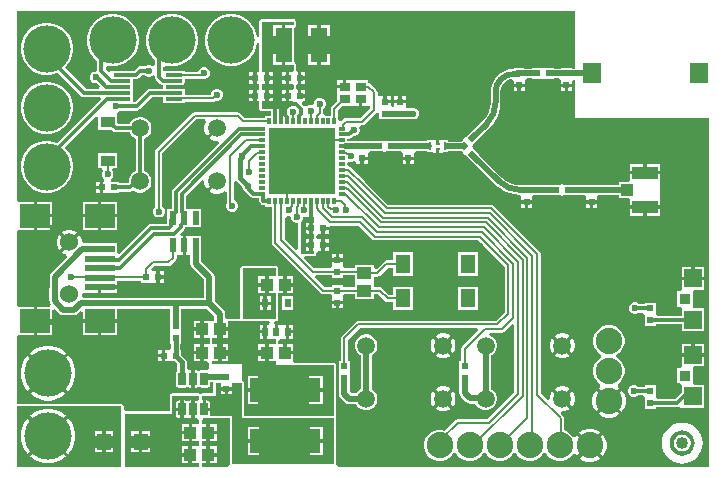
<source format=gtl>
G04*
G04 #@! TF.GenerationSoftware,Altium Limited,Altium Designer,25.4.2 (15)*
G04*
G04 Layer_Physical_Order=1*
G04 Layer_Color=255*
%FSLAX44Y44*%
%MOMM*%
G71*
G04*
G04 #@! TF.SameCoordinates,58BEE836-9102-4636-8553-DC709D7D42DE*
G04*
G04*
G04 #@! TF.FilePolarity,Positive*
G04*
G01*
G75*
%ADD10C,0.3000*%
%ADD11C,0.2000*%
%ADD17R,1.2000X1.4000*%
%ADD18R,0.5500X0.8000*%
%ADD19R,1.2200X0.9100*%
%ADD20R,1.4500X0.3000*%
%ADD21R,0.5588X0.5588*%
%ADD22R,0.5588X0.5588*%
%ADD23R,0.5500X0.3000*%
%ADD24R,0.3000X0.5500*%
%ADD25R,5.6000X5.6000*%
%ADD26R,2.5000X0.6000*%
%ADD27R,2.5000X2.0000*%
%ADD28R,0.6000X1.2000*%
%ADD29R,1.0500X1.0000*%
%ADD30R,2.2000X1.0500*%
%ADD31R,1.5000X1.8000*%
%ADD32R,1.4200X2.9100*%
%ADD33R,1.2500X1.0000*%
%ADD34R,1.3000X1.6000*%
%ADD35R,0.8500X0.7500*%
%ADD36R,6.0000X2.0000*%
%ADD37R,1.0500X1.0500*%
G04:AMPARAMS|DCode=38|XSize=0.6mm|YSize=1.1mm|CornerRadius=0.06mm|HoleSize=0mm|Usage=FLASHONLY|Rotation=0.000|XOffset=0mm|YOffset=0mm|HoleType=Round|Shape=RoundedRectangle|*
%AMROUNDEDRECTD38*
21,1,0.6000,0.9800,0,0,0.0*
21,1,0.4800,1.1000,0,0,0.0*
1,1,0.1200,0.2400,-0.4900*
1,1,0.1200,-0.2400,-0.4900*
1,1,0.1200,-0.2400,0.4900*
1,1,0.1200,0.2400,0.4900*
%
%ADD38ROUNDEDRECTD38*%
%ADD39P,0.7903X4X270.0*%
%ADD40P,0.7903X4X180.0*%
%ADD41R,0.2750X0.7000*%
%ADD42R,0.4500X0.2450*%
%ADD43R,0.9000X0.9000*%
%ADD44R,1.5000X1.5000*%
%ADD78C,0.5000*%
%ADD79C,1.0160*%
%ADD80C,0.4000*%
%ADD81C,0.3810*%
%ADD82C,4.0000*%
%ADD83C,2.2352*%
%ADD84C,1.5000*%
%ADD85C,1.5240*%
%ADD86C,0.6000*%
G36*
X479461Y343988D02*
X476294D01*
Y344204D01*
X467706D01*
Y343988D01*
X461374D01*
Y344204D01*
X453539D01*
X453030Y344544D01*
X452250Y344699D01*
X451750D01*
X450970Y344544D01*
X450461Y344204D01*
X442626D01*
Y343988D01*
X436294D01*
Y344204D01*
X427706D01*
X427424Y343710D01*
X423616Y343335D01*
X419955Y342224D01*
X416580Y340421D01*
X413623Y337993D01*
X411195Y335036D01*
X409392Y331661D01*
X408281Y328000D01*
X407906Y324192D01*
X407922D01*
Y315441D01*
X407958Y315259D01*
X407565Y311271D01*
X406349Y307261D01*
X404373Y303566D01*
X402954Y301836D01*
X401677Y300365D01*
X401677Y300365D01*
X392587Y291275D01*
X392434Y291427D01*
X386876Y285869D01*
X386276Y285750D01*
X385614Y285308D01*
X385261Y284954D01*
X384819Y284293D01*
X384728Y283834D01*
X383143Y282249D01*
X372000D01*
Y283250D01*
X367250D01*
Y283750D01*
X364500D01*
Y280525D01*
X361500D01*
Y283750D01*
X358750D01*
Y283250D01*
X354000D01*
Y282328D01*
X342294D01*
Y282544D01*
X333706D01*
Y282328D01*
X327374D01*
Y282544D01*
X319539D01*
X319030Y282884D01*
X318250Y283039D01*
X317750D01*
X316970Y282884D01*
X316461Y282544D01*
X308626D01*
Y282328D01*
X303294D01*
Y282544D01*
X294706D01*
Y282328D01*
X286500D01*
Y284681D01*
X288250D01*
X289616Y284953D01*
X290773Y285727D01*
X292047Y287000D01*
X292995D01*
X294832Y287761D01*
X296239Y289168D01*
X297000Y291005D01*
Y292995D01*
X296608Y293941D01*
X297743Y295941D01*
X299000D01*
X299000Y295941D01*
X300170Y296174D01*
X301163Y296837D01*
X311163Y306837D01*
X313376Y306573D01*
X313706Y306338D01*
Y301126D01*
X323294D01*
Y301332D01*
X326206D01*
Y301126D01*
X335794D01*
Y301332D01*
X340204D01*
X341005Y301000D01*
X342995D01*
X344832Y301761D01*
X346239Y303168D01*
X347000Y305005D01*
Y306995D01*
X346239Y308832D01*
X344832Y310239D01*
X342995Y311000D01*
X341005D01*
X339818Y310508D01*
X337721D01*
X337380Y310551D01*
X335794Y311286D01*
Y314580D01*
X331000D01*
X326206D01*
Y312083D01*
X324750Y311250D01*
X323294Y312083D01*
Y314580D01*
X318500D01*
Y316080D01*
X317000D01*
Y320874D01*
X314059D01*
X313706Y320874D01*
X312059Y321726D01*
Y324000D01*
X311826Y325171D01*
X311163Y326163D01*
X311163Y326163D01*
X306413Y330913D01*
X305420Y331576D01*
X304250Y331809D01*
X304000Y333742D01*
Y334500D01*
X291500D01*
Y334500D01*
X290500D01*
Y334500D01*
X285750D01*
Y328750D01*
X284250D01*
Y327250D01*
X278000D01*
Y323000D01*
Y316826D01*
X273337Y312163D01*
X272674Y311171D01*
X272441Y310000D01*
X272441Y310000D01*
Y304250D01*
X267483D01*
X267204Y304427D01*
X265997Y306250D01*
X266043Y306485D01*
Y310222D01*
X267239Y311418D01*
X268000Y313255D01*
Y315245D01*
X267239Y317082D01*
X265832Y318489D01*
X263995Y319250D01*
X262005D01*
X260168Y318489D01*
X258761Y317082D01*
X258000Y315245D01*
Y314811D01*
X256396Y313310D01*
X254407D01*
X252569Y312549D01*
X252162Y312142D01*
X251975Y312089D01*
X249716Y312478D01*
X249523Y312766D01*
X247931Y314358D01*
X248696Y316206D01*
X250874D01*
Y319500D01*
X246080D01*
Y321000D01*
X244580D01*
Y325794D01*
X244311D01*
X243335Y326930D01*
X243039Y327676D01*
Y329324D01*
X243335Y330070D01*
X244311Y331206D01*
X244580D01*
Y336000D01*
Y340794D01*
X244311D01*
X243335Y341930D01*
X243039Y342676D01*
Y347450D01*
X242884Y348230D01*
X242442Y348892D01*
X241780Y349334D01*
X241700Y349350D01*
Y378650D01*
X241780Y378666D01*
X242442Y379108D01*
X242884Y379770D01*
X243039Y380550D01*
Y383750D01*
X242884Y384530D01*
X242442Y385192D01*
X241780Y385634D01*
X241000Y385789D01*
X214000D01*
X213220Y385634D01*
X212558Y385192D01*
X212116Y384530D01*
X211961Y383750D01*
Y370561D01*
X209961Y370364D01*
X209154Y374417D01*
X207496Y378421D01*
X205089Y382024D01*
X202024Y385089D01*
X198421Y387496D01*
X194417Y389155D01*
X190167Y390000D01*
X185833D01*
X181583Y389155D01*
X177579Y387496D01*
X173976Y385089D01*
X170912Y382024D01*
X168504Y378421D01*
X166845Y374417D01*
X166000Y370167D01*
Y365833D01*
X166845Y361583D01*
X168504Y357579D01*
X170912Y353976D01*
X173976Y350911D01*
X177579Y348504D01*
X181583Y346846D01*
X185833Y346000D01*
X190167D01*
X194417Y346846D01*
X198421Y348504D01*
X202024Y350911D01*
X205089Y353976D01*
X207496Y357579D01*
X209154Y361583D01*
X209961Y365636D01*
X211961Y365439D01*
Y340794D01*
X209920D01*
Y336000D01*
Y331206D01*
X211961D01*
Y325794D01*
X209920D01*
Y321000D01*
Y316206D01*
X211961D01*
Y310000D01*
X212116Y309220D01*
X212558Y308558D01*
X213220Y308116D01*
X214000Y307961D01*
X221931D01*
Y304250D01*
X217000D01*
Y302559D01*
X199342D01*
X195738Y306163D01*
X194746Y306826D01*
X193575Y307059D01*
X193575Y307059D01*
X157250D01*
X156080Y306826D01*
X155087Y306163D01*
X124587Y275663D01*
X123924Y274671D01*
X123691Y273500D01*
X123691Y273500D01*
Y226762D01*
X122761Y225832D01*
X122000Y223995D01*
Y222005D01*
X122761Y220168D01*
X124168Y218761D01*
X126005Y218000D01*
X127995D01*
X129832Y218761D01*
X131239Y220168D01*
X132000Y222005D01*
Y223995D01*
X131239Y225832D01*
X129832Y227239D01*
X129809Y227249D01*
Y272233D01*
X158517Y300941D01*
X165863D01*
X167017Y298941D01*
X166216Y297553D01*
X165500Y294882D01*
Y292118D01*
X166216Y289447D01*
X167537Y287158D01*
X174939Y294561D01*
X177061Y292439D01*
X169658Y285037D01*
X171947Y283716D01*
X174618Y283000D01*
X176669D01*
X177579Y281082D01*
X138727Y242229D01*
X137953Y241071D01*
X137681Y239706D01*
Y225500D01*
X134000D01*
Y216345D01*
X133931Y216000D01*
Y212569D01*
X120304D01*
X118938Y212297D01*
X117781Y211523D01*
X93300Y187043D01*
X91300Y187871D01*
Y196000D01*
X63431D01*
X62300Y196000D01*
X61620Y197718D01*
Y198398D01*
X60896Y201099D01*
X59551Y203430D01*
X52061Y195939D01*
X44570Y188449D01*
X46901Y187104D01*
X48499Y186676D01*
X49102Y184450D01*
X35756Y171104D01*
X34761Y169616D01*
X34412Y167860D01*
Y158624D01*
X34292Y158020D01*
Y147980D01*
X34412Y147376D01*
Y147000D01*
X34761Y145244D01*
X35258Y144500D01*
X34332Y142547D01*
X34276Y142500D01*
X23800D01*
Y132000D01*
X36800D01*
Y139883D01*
X38800Y140711D01*
X42756Y136756D01*
X44244Y135761D01*
X46000Y135412D01*
X55140D01*
X56896Y135761D01*
X58385Y136756D01*
X60452Y138823D01*
X62300Y138058D01*
Y132000D01*
X76800D01*
X91300D01*
Y140912D01*
X136412D01*
Y130874D01*
X136206D01*
Y121286D01*
X136206Y121286D01*
X136206Y120714D01*
X136206Y120714D01*
X136206Y119286D01*
Y111126D01*
X137058D01*
Y107488D01*
X136814Y106975D01*
X135714Y105794D01*
X132420D01*
Y101000D01*
Y96206D01*
X135714D01*
X135714Y96206D01*
X136286Y96206D01*
X136286Y96206D01*
X137714Y96206D01*
X140243D01*
X142519Y93931D01*
Y88470D01*
X142226Y88274D01*
X141651Y87415D01*
X141449Y86400D01*
Y76600D01*
X141651Y75585D01*
X142226Y74725D01*
X143086Y74151D01*
X144100Y73949D01*
X148900D01*
X149915Y74151D01*
X150774Y74725D01*
X151726D01*
X152585Y74151D01*
X153600Y73949D01*
X154500D01*
Y81500D01*
Y89051D01*
X153600D01*
X152585Y88849D01*
X152481Y88780D01*
X150482Y89739D01*
Y95580D01*
X150178Y97104D01*
X149315Y98395D01*
X145874Y101837D01*
Y105794D01*
X145021D01*
Y111126D01*
X145794D01*
Y120714D01*
X145794D01*
X145794Y121286D01*
X145794Y121286D01*
Y130874D01*
X145588D01*
Y140912D01*
X167511D01*
X167662Y140849D01*
X173912Y134600D01*
Y130750D01*
X171297D01*
X171100Y130789D01*
X170900D01*
X170703Y130750D01*
X165000D01*
Y123500D01*
Y116250D01*
X169961D01*
Y110750D01*
X165000D01*
Y103500D01*
Y96250D01*
X168038D01*
X169778Y94250D01*
X169750Y94000D01*
X169750Y94000D01*
Y90513D01*
X167900Y89051D01*
X163100D01*
X162086Y88849D01*
X161226Y88274D01*
X160275D01*
X159415Y88849D01*
X158400Y89051D01*
X157500D01*
Y81500D01*
Y73949D01*
X158400D01*
X159415Y74151D01*
X160275Y74725D01*
X161226D01*
X162086Y74151D01*
X163100Y73949D01*
X167900D01*
X168915Y74151D01*
X169774Y74725D01*
X170349Y75585D01*
X170551Y76600D01*
Y78492D01*
X172557D01*
X172961Y78000D01*
Y69039D01*
X163039D01*
X162259Y68884D01*
X162020Y68724D01*
X161780Y68884D01*
X161000Y69039D01*
X138000D01*
X137220Y68884D01*
X136558Y68442D01*
X136116Y67780D01*
X135961Y67000D01*
Y54039D01*
X98000D01*
X97039Y55887D01*
Y58000D01*
X96884Y58780D01*
X96442Y59442D01*
X95780Y59884D01*
X95000Y60039D01*
X7060D01*
Y116806D01*
X7800Y118500D01*
X9060Y118500D01*
X20800D01*
Y130500D01*
Y142500D01*
X9060D01*
X7800Y142500D01*
X7060Y144194D01*
Y205806D01*
X7800Y207500D01*
X9060Y207500D01*
X20800D01*
Y219500D01*
Y231500D01*
X9060D01*
X7800Y231500D01*
X7060Y233194D01*
Y392940D01*
X479461D01*
Y343988D01*
D02*
G37*
G36*
X467206Y334544D02*
Y331250D01*
X472000D01*
X476794D01*
Y333236D01*
X478794Y334526D01*
X479461Y334224D01*
Y304000D01*
X479616Y303220D01*
X480058Y302558D01*
X480720Y302116D01*
X481500Y301961D01*
X592940D01*
Y7060D01*
X278515D01*
X278167Y7308D01*
X277039Y9000D01*
Y48000D01*
X276884Y48780D01*
X276724Y49020D01*
X276884Y49259D01*
X277039Y50039D01*
Y93000D01*
X276884Y93780D01*
X276442Y94442D01*
X275780Y94884D01*
X275000Y95039D01*
X242248D01*
X240750Y96250D01*
Y102000D01*
X233500D01*
Y103500D01*
X232000D01*
Y110750D01*
X228071D01*
X228039Y110789D01*
Y113335D01*
X229936Y115250D01*
X231250D01*
X233250Y115250D01*
X234500D01*
Y121250D01*
Y127250D01*
X233250D01*
X231250Y127250D01*
X229250Y127250D01*
X228000D01*
Y121250D01*
X225000D01*
Y127970D01*
X224501Y128911D01*
X225305Y129961D01*
X226000D01*
X226780Y130116D01*
X227442Y130558D01*
X227884Y131220D01*
X228039Y132000D01*
Y153711D01*
X228071Y153750D01*
X232000D01*
Y161000D01*
Y168250D01*
X228071D01*
X228039Y168289D01*
Y175000D01*
X227884Y175780D01*
X227442Y176442D01*
X226780Y176884D01*
X226000Y177039D01*
X198000D01*
X197220Y176884D01*
X196558Y176442D01*
X196116Y175780D01*
X195961Y175000D01*
Y132039D01*
X185750D01*
X185088Y131908D01*
X184929Y131907D01*
X183088Y132942D01*
Y136500D01*
X182739Y138256D01*
X181744Y139744D01*
X174151Y147338D01*
X174088Y147489D01*
Y167500D01*
X173739Y169256D01*
X172744Y170744D01*
X162588Y180900D01*
Y186500D01*
X163000D01*
Y202500D01*
X150000D01*
Y194500D01*
Y186500D01*
X153412D01*
Y179000D01*
X153761Y177244D01*
X154756Y175756D01*
X164912Y165599D01*
Y150088D01*
X62782D01*
X61620Y151602D01*
Y152282D01*
X62300Y154000D01*
X75300D01*
Y159000D01*
X76800D01*
Y160500D01*
X91300D01*
Y164441D01*
X111376D01*
Y162706D01*
X120964D01*
X120964Y162706D01*
X121536Y162706D01*
X121536Y162706D01*
X122964Y162706D01*
X124830D01*
Y167500D01*
Y172294D01*
X121536D01*
Y172294D01*
X121441D01*
X120788Y173319D01*
X120620Y174294D01*
X123267Y176941D01*
X135000D01*
X135000Y176941D01*
X136171Y177174D01*
X137163Y177837D01*
X141163Y181837D01*
X141163Y181837D01*
X141826Y182829D01*
X142059Y184000D01*
Y186500D01*
X147000D01*
Y194500D01*
Y202500D01*
X145610D01*
X144844Y204348D01*
X148023Y207527D01*
X148797Y208685D01*
X148959Y209500D01*
X163000D01*
Y225500D01*
X149819D01*
Y236157D01*
X163500Y249838D01*
X165500Y249010D01*
Y247118D01*
X166216Y244447D01*
X167537Y242158D01*
X174939Y249561D01*
X177061Y247439D01*
X169658Y240037D01*
X171947Y238716D01*
X174618Y238000D01*
X177382D01*
X180053Y238716D01*
X182447Y240098D01*
X184441Y239264D01*
Y230333D01*
X184441Y230332D01*
X184511Y229979D01*
X184000Y228745D01*
Y226755D01*
X184761Y224918D01*
X186168Y223511D01*
X188005Y222750D01*
X189995D01*
X191832Y223511D01*
X193239Y224918D01*
X194000Y226755D01*
Y228745D01*
X193239Y230582D01*
X191832Y231989D01*
X190559Y232516D01*
Y247971D01*
X191756Y248564D01*
X192559Y248673D01*
X197000Y244232D01*
Y244005D01*
X197761Y242168D01*
X199168Y240761D01*
X199826Y240488D01*
X200051Y240153D01*
X204477Y235727D01*
X205634Y234953D01*
X207000Y234681D01*
X211931D01*
Y232257D01*
X212203Y230892D01*
X212977Y229734D01*
X213234Y229477D01*
X214392Y228703D01*
X215757Y228431D01*
X217000D01*
Y227250D01*
X222441D01*
Y196500D01*
X222441Y196500D01*
X222674Y195329D01*
X223337Y194337D01*
X263757Y153917D01*
X263757Y153917D01*
X264749Y153254D01*
X265920Y153021D01*
X272471D01*
X273206Y151259D01*
Y150714D01*
X273206Y150714D01*
Y147420D01*
X278000D01*
X282794D01*
Y150714D01*
X282794D01*
Y151259D01*
X283529Y153021D01*
X292750D01*
Y149000D01*
X309250D01*
Y152941D01*
X312733D01*
X318337Y147337D01*
X318337Y147337D01*
X319329Y146674D01*
X320500Y146441D01*
X325000D01*
Y139500D01*
X342000D01*
Y159500D01*
X325000D01*
Y152559D01*
X321767D01*
X316163Y158163D01*
X315170Y158826D01*
X314000Y159059D01*
X314000Y159059D01*
X309250D01*
Y163000D01*
X309250D01*
Y164000D01*
X309250D01*
Y167941D01*
X312000D01*
X312000Y167941D01*
X313171Y168174D01*
X314163Y168837D01*
X320767Y175441D01*
X325000D01*
Y168500D01*
X342000D01*
Y188500D01*
X325000D01*
Y181559D01*
X319500D01*
X319500Y181559D01*
X318330Y181326D01*
X317337Y180663D01*
X311250Y174576D01*
X309250Y175307D01*
Y178000D01*
X292750D01*
Y174979D01*
X283530D01*
X282794Y176736D01*
Y177286D01*
X282794Y177286D01*
Y180580D01*
X278000D01*
X273206D01*
Y177286D01*
X273206D01*
Y176740D01*
X272101Y175059D01*
X258267D01*
X249963Y183363D01*
X250728Y185211D01*
X258250D01*
X259030Y185366D01*
X259692Y185808D01*
X260134Y186470D01*
X260289Y187250D01*
Y188030D01*
X260421Y188578D01*
X261286Y189956D01*
X264580D01*
Y194750D01*
Y199544D01*
X261286D01*
X260421Y200922D01*
X260289Y201470D01*
Y202030D01*
X260420Y202577D01*
X261286Y203956D01*
X264580D01*
Y208750D01*
X266080D01*
Y210250D01*
X271158D01*
X272000Y210941D01*
X272000Y210941D01*
X296169D01*
X307523Y199587D01*
X307523Y199587D01*
X308516Y198924D01*
X309686Y198691D01*
X309687Y198691D01*
X397326D01*
X419691Y176326D01*
Y137939D01*
X412322Y130569D01*
X295760D01*
X295760Y130569D01*
X294590Y130336D01*
X293598Y129673D01*
X293598Y129673D01*
X281837Y117913D01*
X281174Y116920D01*
X280941Y115750D01*
X280941Y115750D01*
Y96874D01*
X279206D01*
Y87286D01*
X279206Y87286D01*
X279206Y86714D01*
X279206Y86714D01*
X279206Y85286D01*
Y77126D01*
X279412D01*
Y68750D01*
X279761Y66994D01*
X280756Y65506D01*
X285006Y61256D01*
X286494Y60261D01*
X288250Y59912D01*
X294179D01*
X294898Y58667D01*
X296667Y56898D01*
X298833Y55647D01*
X301249Y55000D01*
X303751D01*
X306167Y55647D01*
X308333Y56898D01*
X310102Y58667D01*
X311353Y60833D01*
X312000Y63249D01*
Y65751D01*
X311353Y68167D01*
X310102Y70333D01*
X308333Y72102D01*
X307088Y72821D01*
Y101179D01*
X308333Y101898D01*
X310102Y103667D01*
X311353Y105833D01*
X312000Y108249D01*
Y110751D01*
X311353Y113167D01*
X310102Y115333D01*
X308333Y117102D01*
X306167Y118353D01*
X303751Y119000D01*
X301249D01*
X298833Y118353D01*
X296667Y117102D01*
X294898Y115333D01*
X293647Y113167D01*
X293000Y110751D01*
Y108249D01*
X293647Y105833D01*
X294898Y103667D01*
X296667Y101898D01*
X297912Y101179D01*
Y72821D01*
X296667Y72102D01*
X294898Y70333D01*
X294179Y69088D01*
X290151D01*
X288588Y70651D01*
Y77126D01*
X288794D01*
Y86714D01*
X288794Y86714D01*
Y86714D01*
X288798Y86750D01*
X288798Y87247D01*
X288798Y87250D01*
X288794Y87270D01*
Y87286D01*
X288794Y87286D01*
X288794Y88714D01*
Y96874D01*
X287059D01*
Y114483D01*
X297027Y124452D01*
X396664D01*
X397429Y122604D01*
X383837Y109012D01*
X383174Y108020D01*
X382941Y106849D01*
X382941Y106849D01*
Y96874D01*
X381206D01*
Y87286D01*
X381206Y87286D01*
X381206Y86714D01*
X381206Y86714D01*
X381206Y85286D01*
Y77126D01*
X381412D01*
Y69500D01*
X381761Y67744D01*
X382756Y66256D01*
X387256Y61756D01*
X388744Y60761D01*
X390500Y60412D01*
X394891D01*
X395898Y58667D01*
X397667Y56898D01*
X399833Y55647D01*
X402249Y55000D01*
X404751D01*
X407167Y55647D01*
X409333Y56898D01*
X411102Y58667D01*
X412353Y60833D01*
X413000Y63249D01*
Y65751D01*
X412353Y68167D01*
X411102Y70333D01*
X409333Y72102D01*
X408088Y72821D01*
Y101179D01*
X409333Y101898D01*
X411102Y103667D01*
X412353Y105833D01*
X413000Y108249D01*
Y110751D01*
X412353Y113167D01*
X411102Y115333D01*
X409333Y117102D01*
X407167Y118353D01*
X406797Y118452D01*
X407060Y120452D01*
X417339D01*
X417339Y120452D01*
X418509Y120684D01*
X419502Y121348D01*
X426093Y127939D01*
X427941Y127174D01*
Y69924D01*
X405076Y47059D01*
X380000D01*
X378829Y46826D01*
X377837Y46163D01*
X369150Y37475D01*
X366535Y38176D01*
X363065D01*
X359714Y37278D01*
X356710Y35543D01*
X354257Y33090D01*
X352522Y30086D01*
X351624Y26735D01*
Y23265D01*
X352522Y19914D01*
X354257Y16910D01*
X356710Y14457D01*
X359714Y12722D01*
X363065Y11824D01*
X366535D01*
X369886Y12722D01*
X372890Y14457D01*
X375343Y16910D01*
X376170Y18342D01*
X378830D01*
X379657Y16910D01*
X382110Y14457D01*
X385114Y12722D01*
X388465Y11824D01*
X391935D01*
X395286Y12722D01*
X398290Y14457D01*
X400743Y16910D01*
X401570Y18342D01*
X404230D01*
X405057Y16910D01*
X407510Y14457D01*
X410514Y12722D01*
X413865Y11824D01*
X417335D01*
X420686Y12722D01*
X423690Y14457D01*
X426143Y16910D01*
X426970Y18342D01*
X429630D01*
X430457Y16910D01*
X432910Y14457D01*
X435914Y12722D01*
X439265Y11824D01*
X442735D01*
X446086Y12722D01*
X449090Y14457D01*
X451543Y16910D01*
X452370Y18342D01*
X455030D01*
X455857Y16910D01*
X458310Y14457D01*
X461314Y12722D01*
X464665Y11824D01*
X468135D01*
X471486Y12722D01*
X474490Y14457D01*
X476943Y16910D01*
X477368Y17645D01*
X479677D01*
X480456Y16296D01*
X480715Y16037D01*
X489679Y25000D01*
X480715Y33963D01*
X480456Y33704D01*
X479677Y32355D01*
X477368D01*
X476943Y33090D01*
X474490Y35543D01*
X471486Y37278D01*
X470059Y37660D01*
Y48000D01*
X470059Y48000D01*
X469826Y49170D01*
X469163Y50163D01*
X469163Y50163D01*
X467326Y52000D01*
X468154Y54000D01*
X469882D01*
X472553Y54716D01*
X474842Y56037D01*
X467439Y63439D01*
X460037Y70842D01*
X458716Y68553D01*
X458000Y65882D01*
Y64154D01*
X456000Y63326D01*
X450059Y69267D01*
Y187284D01*
X449826Y188455D01*
X449163Y189447D01*
X449163Y189447D01*
X410697Y227913D01*
X409705Y228576D01*
X408534Y228809D01*
X408534Y228809D01*
X320980D01*
X301663Y248126D01*
X301663Y248126D01*
X301663Y248126D01*
X289376Y260413D01*
X288384Y261076D01*
X287213Y261309D01*
X286500Y263055D01*
Y263690D01*
X288238Y264991D01*
X288498Y265027D01*
X290487D01*
X292325Y265788D01*
X294206Y264842D01*
Y263296D01*
X297500D01*
Y268090D01*
X299000D01*
Y269590D01*
X303794D01*
Y272884D01*
X305261Y274172D01*
X308626D01*
Y273956D01*
X316461D01*
X316970Y273616D01*
X317750Y273461D01*
X318250D01*
X319030Y273616D01*
X319539Y273956D01*
X327374D01*
Y274172D01*
X331739D01*
X333206Y272884D01*
Y269590D01*
X338000D01*
X342794D01*
Y272884D01*
X344261Y274172D01*
X354000D01*
Y273250D01*
X358750D01*
Y272750D01*
X361500D01*
Y275975D01*
X364500D01*
Y272750D01*
X367250D01*
Y273250D01*
X372000D01*
Y274092D01*
X383256D01*
X384745Y272602D01*
X384837Y272143D01*
X385279Y271482D01*
X385632Y271128D01*
X386294Y270686D01*
X386894Y270567D01*
X392434Y265027D01*
X392587Y265179D01*
X411880Y245886D01*
X411871Y245877D01*
X415390Y242872D01*
X419336Y240454D01*
X423611Y238683D01*
X428111Y237603D01*
X431586Y237329D01*
X432328Y237001D01*
X433155Y236241D01*
X433456Y235543D01*
Y232670D01*
X438250D01*
X443044D01*
Y235964D01*
X444511Y237252D01*
X458876D01*
Y237036D01*
X466711D01*
X467219Y236696D01*
X467999Y236541D01*
X468499D01*
X469280Y236696D01*
X469788Y237036D01*
X477624D01*
Y237252D01*
X486989D01*
X488456Y235964D01*
Y232670D01*
X493250D01*
X498044D01*
Y235964D01*
X499511Y237252D01*
X516500D01*
Y234830D01*
X523852D01*
X525500Y233980D01*
Y228230D01*
X538500D01*
X551500D01*
Y233980D01*
X551500D01*
Y248680D01*
X551500D01*
Y254430D01*
X538500D01*
X525500D01*
Y248680D01*
X523852Y247830D01*
X516500D01*
Y245408D01*
X497544D01*
Y245624D01*
X488956D01*
Y245408D01*
X477624D01*
Y245624D01*
X469789D01*
X469280Y245964D01*
X468499Y246119D01*
X467999D01*
X467219Y245964D01*
X466710Y245624D01*
X458876D01*
Y245408D01*
X442544D01*
Y245624D01*
X433956D01*
Y245624D01*
X431956Y245430D01*
X428554Y245765D01*
X424544Y246982D01*
X420848Y248957D01*
X417751Y251499D01*
X417648Y251654D01*
X398354Y270947D01*
X398507Y271099D01*
X392967Y276639D01*
X392847Y277240D01*
X392405Y277901D01*
X392080Y278227D01*
X392387Y278535D01*
X392829Y279196D01*
X392949Y279797D01*
X398507Y285354D01*
X398354Y285507D01*
X406030Y293183D01*
X407453Y294588D01*
X407453Y294588D01*
X410459Y298107D01*
X412877Y302053D01*
X414647Y306328D01*
X415728Y310828D01*
X416091Y315441D01*
X416078D01*
Y324192D01*
X416049Y324340D01*
X416418Y327141D01*
X417556Y329889D01*
X419367Y332249D01*
X421727Y334060D01*
X424475Y335198D01*
X425283Y335305D01*
X425321Y335300D01*
X425705Y335155D01*
X427206Y333541D01*
Y331250D01*
X432000D01*
X436794D01*
Y334544D01*
X438261Y335832D01*
X442626D01*
Y335616D01*
X450461D01*
X450970Y335276D01*
X451750Y335121D01*
X452250D01*
X453030Y335276D01*
X453539Y335616D01*
X461374D01*
Y335832D01*
X465739D01*
X467206Y334544D01*
D02*
G37*
G36*
X299250Y312500D02*
X304000D01*
Y312500D01*
X305941Y312358D01*
Y310267D01*
X297733Y302059D01*
X285000D01*
X285000Y302059D01*
X283829Y301826D01*
X282837Y301163D01*
X282837Y301163D01*
X281000Y299326D01*
X279000Y300152D01*
Y304250D01*
X278559D01*
Y308733D01*
X282326Y312500D01*
X290500D01*
Y312500D01*
X291500D01*
Y312500D01*
X296250D01*
Y318250D01*
X299250D01*
Y312500D01*
D02*
G37*
G36*
X241000Y380550D02*
X234100D01*
Y364000D01*
Y347450D01*
X241000D01*
Y342676D01*
X240714Y340794D01*
X237420D01*
Y336000D01*
Y331206D01*
X240714D01*
X241000Y329324D01*
Y327676D01*
X240714Y325794D01*
X237420D01*
Y321000D01*
Y316206D01*
X240182D01*
X240944Y314301D01*
X240681Y312500D01*
X239232D01*
X237394Y311739D01*
X235988Y310332D01*
X235850Y310000D01*
X214000D01*
Y316206D01*
X217080D01*
Y321000D01*
Y325794D01*
X214000D01*
Y331206D01*
X217080D01*
Y336000D01*
Y340794D01*
X214000D01*
Y383750D01*
X241000D01*
Y380550D01*
D02*
G37*
G36*
X236005Y219000D02*
X237152D01*
X237996Y218997D01*
X239000Y217252D01*
Y217005D01*
X239761Y215168D01*
X241168Y213761D01*
X243005Y213000D01*
X244961D01*
Y190978D01*
X243113Y190213D01*
X233559Y199767D01*
Y217849D01*
X235559Y219185D01*
X236005Y219000D01*
D02*
G37*
G36*
X258250Y213544D02*
X257420D01*
Y208750D01*
Y203956D01*
X258250D01*
Y199544D01*
X257420D01*
Y194750D01*
Y189956D01*
X258250D01*
Y187250D01*
X247000D01*
Y213929D01*
X248239Y215168D01*
X249000Y217005D01*
Y218750D01*
X258250D01*
Y213544D01*
D02*
G37*
G36*
X273206Y167126D02*
X282794D01*
Y168861D01*
X292750D01*
Y164000D01*
X292750D01*
Y163000D01*
X292750D01*
Y159139D01*
X282794D01*
Y160874D01*
X273206D01*
Y159139D01*
X267187D01*
X259232Y167094D01*
X259998Y168941D01*
X273206D01*
Y167126D01*
D02*
G37*
G36*
X226000Y168289D02*
X225900D01*
X225703Y168250D01*
X220000D01*
Y161000D01*
X218500D01*
D01*
X220000D01*
Y153750D01*
X225704D01*
X225900Y153711D01*
X226000D01*
Y132000D01*
X220704D01*
X220654Y132018D01*
X220505Y132010D01*
X220359Y132039D01*
X198000D01*
Y175000D01*
X226000D01*
Y168289D01*
D02*
G37*
G36*
X197000Y48000D02*
X275000D01*
Y9000D01*
X189000D01*
Y50000D01*
X171043D01*
X170551Y50600D01*
Y54000D01*
X165500D01*
Y55500D01*
X164000D01*
Y63484D01*
X163882Y63551D01*
X163064Y64176D01*
X163039Y64947D01*
Y67000D01*
X175000D01*
Y78000D01*
X177325D01*
X179206Y77714D01*
Y74420D01*
X184000D01*
X188794D01*
Y77714D01*
X190676Y78000D01*
X197000D01*
Y48000D01*
D02*
G37*
G36*
X161000Y64195D02*
X160407Y63692D01*
X159000Y62932D01*
X158400Y63051D01*
X157500D01*
Y55500D01*
Y47949D01*
X158400D01*
X159000Y48068D01*
X160407Y47308D01*
X161000Y46805D01*
Y43040D01*
X161000D01*
X160800Y43000D01*
X155100D01*
Y35750D01*
Y28500D01*
X160805D01*
X161000Y28462D01*
X161000D01*
Y24289D01*
X160900D01*
X160704Y24250D01*
X155000D01*
Y17000D01*
Y9750D01*
X160702D01*
X160900Y9711D01*
X161000D01*
Y7060D01*
X98000D01*
Y52000D01*
X138000D01*
Y67000D01*
X161000D01*
Y64195D01*
D02*
G37*
G36*
X220918Y129250D02*
X219914Y127250D01*
X218500D01*
Y121250D01*
Y115250D01*
X220104D01*
X222000Y115000D01*
X223646Y115000D01*
X226000D01*
Y110789D01*
X225900D01*
X225702Y110750D01*
X220000D01*
Y103500D01*
Y96250D01*
X225704D01*
X225900Y96211D01*
X226000D01*
Y93000D01*
X275000D01*
Y50039D01*
X199039D01*
Y78000D01*
X198884Y78780D01*
X198442Y79442D01*
X197780Y79884D01*
X197000Y80039D01*
Y94000D01*
X172000D01*
Y96250D01*
X177000D01*
Y103500D01*
Y110750D01*
X172000D01*
Y116250D01*
X177000D01*
Y123500D01*
X178500D01*
Y125000D01*
X185750D01*
Y130000D01*
X220359D01*
X220918Y129250D01*
D02*
G37*
G36*
X169601Y48558D02*
X169851Y48392D01*
X170082Y48202D01*
X170179Y48172D01*
X170263Y48116D01*
X170557Y48058D01*
X170844Y47971D01*
X170944Y47980D01*
X171043Y47961D01*
X186961D01*
Y9000D01*
X185833Y7308D01*
X185485Y7060D01*
X163039D01*
Y9711D01*
X163072Y9750D01*
X167000D01*
Y17000D01*
Y24250D01*
X163071D01*
X163039Y24289D01*
Y28461D01*
X163071Y28500D01*
X167100D01*
Y35750D01*
Y43000D01*
X163072D01*
X163039Y43040D01*
Y46053D01*
X163064Y46824D01*
X163882Y47450D01*
X164632Y47872D01*
X164851Y47949D01*
X167900D01*
X168915Y48151D01*
X169542Y48570D01*
X169601Y48558D01*
D02*
G37*
G36*
X95000Y7060D02*
X7060D01*
Y58000D01*
X95000D01*
Y7060D01*
D02*
G37*
%LPC*%
G36*
X271500Y380550D02*
X263900D01*
Y365500D01*
X267000D01*
Y372000D01*
X271500D01*
Y380550D01*
D02*
G37*
G36*
X260900D02*
X253300D01*
Y372000D01*
X258000D01*
Y365500D01*
X260900D01*
Y380550D01*
D02*
G37*
G36*
X267000Y362500D02*
X263900D01*
Y347450D01*
X271500D01*
Y356000D01*
X267000D01*
Y362500D01*
D02*
G37*
G36*
X260900D02*
X258000D01*
Y356000D01*
X253300D01*
Y347450D01*
X260900D01*
Y362500D01*
D02*
G37*
G36*
X140167Y390000D02*
X135833D01*
X131583Y389155D01*
X127579Y387496D01*
X123976Y385089D01*
X120912Y382024D01*
X118504Y378421D01*
X116846Y374417D01*
X116000Y370167D01*
Y365833D01*
X116846Y361583D01*
X118504Y357579D01*
X120912Y353976D01*
X123681Y351206D01*
Y346968D01*
X121681Y346140D01*
X121332Y346489D01*
X119495Y347250D01*
X117505D01*
X115668Y346489D01*
X114998Y345819D01*
X110994D01*
X109629Y345547D01*
X108471Y344773D01*
X105766Y342069D01*
X94348D01*
X94004Y342000D01*
X86244D01*
Y341660D01*
X84397Y340895D01*
X82216Y343075D01*
X82295Y345079D01*
X83922Y346380D01*
X85833Y346000D01*
X90167D01*
X94417Y346846D01*
X98421Y348504D01*
X102024Y350911D01*
X105089Y353976D01*
X107496Y357579D01*
X109155Y361583D01*
X110000Y365833D01*
Y370167D01*
X109155Y374417D01*
X107496Y378421D01*
X105089Y382024D01*
X102024Y385089D01*
X98421Y387496D01*
X94417Y389155D01*
X90167Y390000D01*
X85833D01*
X81583Y389155D01*
X77579Y387496D01*
X73976Y385089D01*
X70911Y382024D01*
X68504Y378421D01*
X66845Y374417D01*
X66000Y370167D01*
Y365833D01*
X66845Y361583D01*
X68504Y357579D01*
X70911Y353976D01*
X73976Y350911D01*
X74431Y350607D01*
Y343348D01*
X74431Y342244D01*
X72540Y341500D01*
X72505D01*
X70668Y340739D01*
X69261Y339332D01*
X68500Y337495D01*
Y335505D01*
X69261Y333668D01*
X70668Y332261D01*
X72505Y331500D01*
X74265D01*
X76849Y328916D01*
X76083Y327069D01*
X64978D01*
X47080Y344967D01*
X49089Y346976D01*
X51496Y350579D01*
X53155Y354583D01*
X54000Y358833D01*
Y363167D01*
X53155Y367417D01*
X51496Y371421D01*
X49089Y375024D01*
X46024Y378088D01*
X42421Y380496D01*
X38417Y382155D01*
X34167Y383000D01*
X29833D01*
X25583Y382155D01*
X21579Y380496D01*
X17976Y378088D01*
X14912Y375024D01*
X12504Y371421D01*
X10846Y367417D01*
X10000Y363167D01*
Y358833D01*
X10846Y354583D01*
X12504Y350579D01*
X14912Y346976D01*
X17976Y343912D01*
X21579Y341504D01*
X25583Y339846D01*
X29833Y339000D01*
X34167D01*
X38417Y339846D01*
X41027Y340926D01*
X60977Y320977D01*
X62134Y320203D01*
X63500Y319931D01*
X77022D01*
X77787Y318084D01*
X40850Y281147D01*
X38417Y282155D01*
X34167Y283000D01*
X29833D01*
X25583Y282155D01*
X21579Y280496D01*
X17976Y278088D01*
X14912Y275024D01*
X12504Y271421D01*
X10846Y267417D01*
X10000Y263167D01*
Y258833D01*
X10846Y254583D01*
X12504Y250579D01*
X14912Y246976D01*
X17976Y243911D01*
X21579Y241504D01*
X25583Y239846D01*
X29833Y239000D01*
X34167D01*
X38417Y239846D01*
X42421Y241504D01*
X46024Y243911D01*
X49089Y246976D01*
X51496Y250579D01*
X53155Y254583D01*
X54000Y258833D01*
Y263167D01*
X53155Y267417D01*
X51496Y271421D01*
X49089Y275024D01*
X46955Y277158D01*
X73400Y303603D01*
X75400Y302775D01*
Y292150D01*
X86553D01*
X87727Y290977D01*
X88884Y290203D01*
X90250Y289931D01*
X102121D01*
X102148Y289833D01*
X103398Y287667D01*
X105167Y285898D01*
X107333Y284648D01*
X107431Y284621D01*
Y257379D01*
X107333Y257353D01*
X105167Y256102D01*
X103398Y254333D01*
X102148Y252167D01*
X101500Y249751D01*
Y247294D01*
X101275Y247069D01*
X93374D01*
Y248294D01*
X86809D01*
X86369Y250108D01*
X86365Y250294D01*
X87739Y251668D01*
X88500Y253505D01*
Y255495D01*
X87739Y257332D01*
X87621Y257450D01*
X88449Y259450D01*
X91600D01*
Y272550D01*
X75400D01*
Y259450D01*
X78551D01*
X79379Y257450D01*
X79261Y257332D01*
X78500Y255495D01*
Y253505D01*
X79261Y251668D01*
X80635Y250294D01*
X80631Y250108D01*
X80191Y248294D01*
X79920D01*
Y243500D01*
Y238706D01*
X83214D01*
X83214Y238706D01*
X83786Y238706D01*
X83786Y238706D01*
X85214Y238706D01*
X93374D01*
Y239932D01*
X102753D01*
X104118Y240203D01*
X105164Y240901D01*
X105167Y240898D01*
X107333Y239648D01*
X109749Y239000D01*
X112251D01*
X114667Y239648D01*
X116833Y240898D01*
X118602Y242667D01*
X119853Y244833D01*
X120500Y247249D01*
Y249751D01*
X119853Y252167D01*
X118602Y254333D01*
X116833Y256102D01*
X114667Y257353D01*
X114569Y257379D01*
Y284621D01*
X114667Y284648D01*
X116833Y285898D01*
X118602Y287667D01*
X119853Y289833D01*
X120500Y292249D01*
Y294751D01*
X119853Y297167D01*
X118602Y299333D01*
X116833Y301102D01*
X114667Y302353D01*
X112251Y303000D01*
X109749D01*
X107333Y302353D01*
X105167Y301102D01*
X103398Y299333D01*
X102148Y297167D01*
X102121Y297069D01*
X93547D01*
X91600Y299016D01*
Y305000D01*
X91600Y305152D01*
X91690Y305572D01*
X92099Y307043D01*
X93832Y307761D01*
X94502Y308431D01*
X108000D01*
X109366Y308703D01*
X110523Y309477D01*
X120978Y319931D01*
X130244D01*
Y315000D01*
X148744D01*
Y315941D01*
X172828D01*
X172828Y315941D01*
X173999Y316174D01*
X174991Y316837D01*
X175154Y317000D01*
X176995D01*
X178832Y317761D01*
X180239Y319168D01*
X181000Y321005D01*
Y322995D01*
X180239Y324832D01*
X178832Y326239D01*
X176995Y327000D01*
X175005D01*
X173168Y326239D01*
X171761Y324832D01*
X171000Y322995D01*
Y322059D01*
X148744D01*
Y327001D01*
X139767D01*
X139494Y327055D01*
Y330000D01*
X148744D01*
Y335441D01*
X162418D01*
X162418Y335441D01*
X162771Y335511D01*
X164005Y335000D01*
X165995D01*
X167832Y335761D01*
X169239Y337168D01*
X170000Y339005D01*
Y340995D01*
X169239Y342832D01*
X167832Y344239D01*
X165995Y345000D01*
X164005D01*
X162168Y344239D01*
X160761Y342832D01*
X160234Y341559D01*
X148744D01*
Y342000D01*
X130819D01*
Y345134D01*
X132819Y346600D01*
X135833Y346000D01*
X140167D01*
X144417Y346846D01*
X148421Y348504D01*
X152024Y350911D01*
X155089Y353976D01*
X157496Y357579D01*
X159155Y361583D01*
X160000Y365833D01*
Y370167D01*
X159155Y374417D01*
X157496Y378421D01*
X155089Y382024D01*
X152024Y385089D01*
X148421Y387496D01*
X144417Y389155D01*
X140167Y390000D01*
D02*
G37*
G36*
X206920Y340794D02*
X203626D01*
Y337500D01*
X206920D01*
Y340794D01*
D02*
G37*
G36*
X250874D02*
X247580D01*
Y337500D01*
X250874D01*
Y340794D01*
D02*
G37*
G36*
Y334500D02*
X247580D01*
Y331206D01*
X250874D01*
Y334500D01*
D02*
G37*
G36*
X206920Y334500D02*
X203626D01*
Y331206D01*
X206920D01*
Y334500D01*
D02*
G37*
G36*
X282750Y334500D02*
X278000D01*
Y330250D01*
X282750D01*
Y334500D01*
D02*
G37*
G36*
X206920Y325794D02*
X203626D01*
Y322500D01*
X206920D01*
Y325794D01*
D02*
G37*
G36*
X250874D02*
X247580D01*
Y322500D01*
X250874D01*
Y325794D01*
D02*
G37*
G36*
X335794Y320874D02*
X332500D01*
Y317580D01*
X335794D01*
Y320874D01*
D02*
G37*
G36*
X320000D02*
Y317580D01*
X323294D01*
Y320874D01*
X320000D01*
D02*
G37*
G36*
X329500D02*
X326206D01*
Y317580D01*
X329500D01*
Y320874D01*
D02*
G37*
G36*
X206920Y319500D02*
X203626D01*
Y316206D01*
X206920D01*
Y319500D01*
D02*
G37*
G36*
X34167Y333000D02*
X29833D01*
X25583Y332155D01*
X21579Y330496D01*
X17976Y328088D01*
X14912Y325024D01*
X12504Y321421D01*
X10846Y317417D01*
X10000Y313167D01*
Y308833D01*
X10846Y304583D01*
X12504Y300579D01*
X14912Y296976D01*
X17976Y293911D01*
X21579Y291504D01*
X25583Y289846D01*
X29833Y289000D01*
X34167D01*
X38417Y289846D01*
X42421Y291504D01*
X46024Y293911D01*
X49089Y296976D01*
X51496Y300579D01*
X53155Y304583D01*
X54000Y308833D01*
Y313167D01*
X53155Y317417D01*
X51496Y321421D01*
X49089Y325024D01*
X46024Y328088D01*
X42421Y330496D01*
X38417Y332155D01*
X34167Y333000D01*
D02*
G37*
G36*
X76920Y248294D02*
X73626D01*
Y245000D01*
X76920D01*
Y248294D01*
D02*
G37*
G36*
Y242000D02*
X73626D01*
Y238706D01*
X76920D01*
Y242000D01*
D02*
G37*
G36*
X23800Y231500D02*
Y221000D01*
X36800D01*
Y231500D01*
X23800D01*
D02*
G37*
G36*
X91300D02*
X78300D01*
Y221000D01*
X91300D01*
Y231500D01*
D02*
G37*
G36*
X75300D02*
X62300D01*
Y221000D01*
X75300D01*
Y231500D01*
D02*
G37*
G36*
X91300Y218000D02*
X78300D01*
Y207500D01*
X91300D01*
Y218000D01*
D02*
G37*
G36*
X75300D02*
X62300D01*
Y207500D01*
X75300D01*
Y218000D01*
D02*
G37*
G36*
X36800D02*
X23800D01*
Y207500D01*
X36800D01*
Y218000D01*
D02*
G37*
G36*
X52398Y207620D02*
X49602D01*
X46901Y206896D01*
X44570Y205551D01*
X51000Y199121D01*
X57429Y205551D01*
X55099Y206896D01*
X52398Y207620D01*
D02*
G37*
G36*
X42449Y203430D02*
X41104Y201099D01*
X40380Y198398D01*
Y195602D01*
X41104Y192901D01*
X42449Y190571D01*
X48879Y197000D01*
X42449Y203430D01*
D02*
G37*
G36*
X162000Y130750D02*
X156250D01*
Y125000D01*
X162000D01*
Y130750D01*
D02*
G37*
G36*
X36800Y129000D02*
X23800D01*
Y118500D01*
X36800D01*
Y129000D01*
D02*
G37*
G36*
X91300Y129000D02*
X78300D01*
Y118500D01*
X91300D01*
Y129000D01*
D02*
G37*
G36*
X75300D02*
X62300D01*
Y118500D01*
X75300D01*
Y129000D01*
D02*
G37*
G36*
X162000Y122000D02*
X156250D01*
Y116250D01*
X162000D01*
Y122000D01*
D02*
G37*
G36*
Y110750D02*
X156250D01*
Y105000D01*
X162000D01*
Y110750D01*
D02*
G37*
G36*
X129420Y105794D02*
X126126D01*
Y102500D01*
X129420D01*
Y105794D01*
D02*
G37*
G36*
X162000Y102000D02*
X156250D01*
Y96250D01*
X162000D01*
Y102000D01*
D02*
G37*
G36*
X129420Y99500D02*
X126126D01*
Y96206D01*
X129420D01*
Y99500D01*
D02*
G37*
G36*
X35265Y109000D02*
X30735D01*
X26291Y108116D01*
X22105Y106382D01*
X18338Y103865D01*
X17797Y103324D01*
X33000Y88121D01*
X48203Y103324D01*
X47662Y103865D01*
X43895Y106382D01*
X39709Y108116D01*
X35265Y109000D01*
D02*
G37*
G36*
X50324Y101203D02*
X35121Y86000D01*
X50324Y70797D01*
X50865Y71338D01*
X53382Y75105D01*
X55116Y79291D01*
X56000Y83735D01*
Y88265D01*
X55116Y92709D01*
X53382Y96895D01*
X50865Y100662D01*
X50324Y101203D01*
D02*
G37*
G36*
X15676D02*
X15135Y100662D01*
X12618Y96895D01*
X10884Y92709D01*
X10000Y88265D01*
Y83735D01*
X10884Y79291D01*
X12618Y75105D01*
X15135Y71338D01*
X15676Y70797D01*
X30879Y86000D01*
X15676Y101203D01*
D02*
G37*
G36*
X33000Y83879D02*
X17797Y68676D01*
X18338Y68135D01*
X22105Y65618D01*
X26291Y63884D01*
X30735Y63000D01*
X35265D01*
X39709Y63884D01*
X43895Y65618D01*
X47662Y68135D01*
X48203Y68676D01*
X33000Y83879D01*
D02*
G37*
%LPD*%
G36*
X115668Y338011D02*
X117505Y337250D01*
X119495D01*
X121332Y338011D01*
X121681Y338360D01*
X123681Y337532D01*
Y337045D01*
X123953Y335679D01*
X124727Y334521D01*
X128271Y330977D01*
X129429Y330203D01*
X130244Y330041D01*
Y327069D01*
X119500D01*
X118134Y326797D01*
X116977Y326023D01*
X106744Y315791D01*
X104744Y316106D01*
Y325000D01*
Y334931D01*
X107244D01*
X108610Y335203D01*
X109768Y335977D01*
X112473Y338681D01*
X114998D01*
X115668Y338011D01*
D02*
G37*
%LPC*%
G36*
X476794Y328250D02*
X473500D01*
Y324956D01*
X476794D01*
Y328250D01*
D02*
G37*
G36*
X470500D02*
X467206D01*
Y324956D01*
X470500D01*
Y328250D01*
D02*
G37*
G36*
X436794Y328250D02*
X433500D01*
Y324956D01*
X436794D01*
Y328250D01*
D02*
G37*
G36*
X430500D02*
X427206D01*
Y324956D01*
X430500D01*
Y328250D01*
D02*
G37*
G36*
X342794Y266590D02*
X339500D01*
Y263296D01*
X342794D01*
Y266590D01*
D02*
G37*
G36*
X336500D02*
X333206D01*
Y263296D01*
X336500D01*
Y266590D01*
D02*
G37*
G36*
X303794Y266590D02*
X300500D01*
Y263296D01*
X303794D01*
Y266590D01*
D02*
G37*
G36*
X551500Y263180D02*
X540000D01*
Y257430D01*
X551500D01*
Y263180D01*
D02*
G37*
G36*
X537000D02*
X525500D01*
Y257430D01*
X537000D01*
Y263180D01*
D02*
G37*
G36*
X498044Y229670D02*
X494750D01*
Y226376D01*
X498044D01*
Y229670D01*
D02*
G37*
G36*
X491750D02*
X488456D01*
Y226376D01*
X491750D01*
Y229670D01*
D02*
G37*
G36*
X443044Y229670D02*
X439750D01*
Y226376D01*
X443044D01*
Y229670D01*
D02*
G37*
G36*
X436750D02*
X433456D01*
Y226376D01*
X436750D01*
Y229670D01*
D02*
G37*
G36*
X551500Y225230D02*
X540000D01*
Y219480D01*
X551500D01*
Y225230D01*
D02*
G37*
G36*
X537000D02*
X525500D01*
Y219480D01*
X537000D01*
Y225230D01*
D02*
G37*
G36*
X270874Y207250D02*
X267580D01*
Y203956D01*
X270874D01*
Y207250D01*
D02*
G37*
G36*
Y199544D02*
X267580D01*
Y196250D01*
X270874D01*
Y199544D01*
D02*
G37*
G36*
Y193250D02*
X267580D01*
Y189956D01*
X270874D01*
Y193250D01*
D02*
G37*
G36*
X282794Y186874D02*
X279500D01*
Y183580D01*
X282794D01*
Y186874D01*
D02*
G37*
G36*
X276500D02*
X273206D01*
Y183580D01*
X276500D01*
Y186874D01*
D02*
G37*
G36*
X131124Y172294D02*
X127830D01*
Y169000D01*
X131124D01*
Y172294D01*
D02*
G37*
G36*
X397000Y188500D02*
X380000D01*
Y168500D01*
X397000D01*
Y188500D01*
D02*
G37*
G36*
X588500Y176000D02*
X580500D01*
Y168000D01*
X588500D01*
Y176000D01*
D02*
G37*
G36*
X577500D02*
X569500D01*
Y168000D01*
X577500D01*
Y176000D01*
D02*
G37*
G36*
X131124Y166000D02*
X127830D01*
Y162706D01*
X131124D01*
Y166000D01*
D02*
G37*
G36*
X240750Y168250D02*
X235000D01*
Y162500D01*
X240750D01*
Y168250D01*
D02*
G37*
G36*
X91300Y157500D02*
X78300D01*
Y154000D01*
X91300D01*
Y157500D01*
D02*
G37*
G36*
X240750Y159500D02*
X235000D01*
Y153750D01*
X240750D01*
Y159500D01*
D02*
G37*
G36*
X282794Y144420D02*
X279500D01*
Y141126D01*
X282794D01*
Y144420D01*
D02*
G37*
G36*
X276500D02*
X273206D01*
Y141126D01*
X276500D01*
Y144420D01*
D02*
G37*
G36*
X397000Y159500D02*
X380000D01*
Y139500D01*
X397000D01*
Y159500D01*
D02*
G37*
G36*
X240750Y151250D02*
X231250D01*
Y139250D01*
X240750D01*
Y151250D01*
D02*
G37*
G36*
X588500Y165000D02*
X579000D01*
X569500D01*
Y157500D01*
X569500Y157000D01*
X568293Y155500D01*
X566000D01*
Y142500D01*
X568293D01*
X569500Y141000D01*
X569500Y140500D01*
Y134569D01*
X549188D01*
X547988Y135652D01*
X547794Y136366D01*
X547794Y136366D01*
Y145954D01*
X538206D01*
Y144649D01*
X533423D01*
X532832Y145239D01*
X530995Y146000D01*
X529005D01*
X527168Y145239D01*
X525761Y143832D01*
X525000Y141995D01*
Y140006D01*
X525761Y138168D01*
X527168Y136761D01*
X529005Y136000D01*
X530995D01*
X532832Y136761D01*
X533582Y137512D01*
X536763D01*
X537888Y136594D01*
X538206Y135794D01*
X538206Y135794D01*
Y126206D01*
X547794D01*
Y127431D01*
X569500D01*
Y122000D01*
X588500D01*
Y141000D01*
X580207D01*
X579000Y142500D01*
X579000Y143000D01*
Y155000D01*
X579000Y155500D01*
X580207Y157000D01*
X588500D01*
Y165000D01*
D02*
G37*
G36*
X237500Y127250D02*
Y122750D01*
X240750D01*
Y127250D01*
X237500D01*
D02*
G37*
G36*
X240750Y119750D02*
X237500D01*
Y115250D01*
X240750D01*
Y119750D01*
D02*
G37*
G36*
X469882Y120000D02*
X467118D01*
X464447Y119284D01*
X462158Y117963D01*
X468500Y111621D01*
X474842Y117963D01*
X472553Y119284D01*
X469882Y120000D01*
D02*
G37*
G36*
X368882D02*
X366118D01*
X363447Y119284D01*
X361158Y117963D01*
X367500Y111621D01*
X373842Y117963D01*
X371553Y119284D01*
X368882Y120000D01*
D02*
G37*
G36*
X240750Y110750D02*
X235000D01*
Y105000D01*
X240750D01*
Y110750D01*
D02*
G37*
G36*
X476963Y115842D02*
X470621Y109500D01*
X476963Y103158D01*
X478284Y105447D01*
X479000Y108118D01*
Y110882D01*
X478284Y113553D01*
X476963Y115842D01*
D02*
G37*
G36*
X375963D02*
X369621Y109500D01*
X375963Y103158D01*
X377284Y105447D01*
X378000Y108118D01*
Y110882D01*
X377284Y113553D01*
X375963Y115842D01*
D02*
G37*
G36*
X460037Y115842D02*
X458716Y113553D01*
X458000Y110882D01*
Y108118D01*
X458716Y105447D01*
X460037Y103158D01*
X466379Y109500D01*
X460037Y115842D01*
D02*
G37*
G36*
X359037D02*
X357716Y113553D01*
X357000Y110882D01*
Y108118D01*
X357716Y105447D01*
X359037Y103158D01*
X365379Y109500D01*
X359037Y115842D01*
D02*
G37*
G36*
X588500Y111000D02*
X580500D01*
Y103000D01*
X588500D01*
Y111000D01*
D02*
G37*
G36*
X577500D02*
X569500D01*
Y103000D01*
X577500D01*
Y111000D01*
D02*
G37*
G36*
X468500Y107379D02*
X462158Y101037D01*
X464447Y99716D01*
X467118Y99000D01*
X469882D01*
X472553Y99716D01*
X474842Y101037D01*
X468500Y107379D01*
D02*
G37*
G36*
X367500D02*
X361158Y101037D01*
X363447Y99716D01*
X366118Y99000D01*
X368882D01*
X371553Y99716D01*
X373842Y101037D01*
X367500Y107379D01*
D02*
G37*
G36*
X469882Y75000D02*
X467118D01*
X464447Y74284D01*
X462158Y72963D01*
X468500Y66621D01*
X474842Y72963D01*
X472553Y74284D01*
X469882Y75000D01*
D02*
G37*
G36*
X368882D02*
X366118D01*
X363447Y74284D01*
X361158Y72963D01*
X367500Y66621D01*
X373842Y72963D01*
X371553Y74284D01*
X368882Y75000D01*
D02*
G37*
G36*
X509735Y126576D02*
X506265D01*
X502914Y125678D01*
X499910Y123943D01*
X497457Y121490D01*
X495722Y118486D01*
X494824Y115135D01*
Y111665D01*
X495722Y108314D01*
X497457Y105310D01*
X499910Y102857D01*
X501645Y101855D01*
Y99545D01*
X499910Y98543D01*
X497457Y96090D01*
X495722Y93086D01*
X494824Y89735D01*
Y86265D01*
X495722Y82914D01*
X497457Y79910D01*
X499910Y77457D01*
X500645Y77032D01*
Y74723D01*
X499296Y73944D01*
X499037Y73685D01*
X508000Y64721D01*
X516963Y73685D01*
X516704Y73944D01*
X515355Y74723D01*
Y77032D01*
X516090Y77457D01*
X518543Y79910D01*
X520278Y82914D01*
X521176Y86265D01*
Y89735D01*
X520278Y93086D01*
X518543Y96090D01*
X516090Y98543D01*
X514355Y99545D01*
Y101855D01*
X516090Y102857D01*
X518543Y105310D01*
X520278Y108314D01*
X521176Y111665D01*
Y115135D01*
X520278Y118486D01*
X518543Y121490D01*
X516090Y123943D01*
X513086Y125678D01*
X509735Y126576D01*
D02*
G37*
G36*
X588500Y100000D02*
X579000D01*
X569500D01*
Y92500D01*
X569500Y92000D01*
X568293Y90500D01*
X566000D01*
Y77500D01*
X568293D01*
X569500Y76000D01*
X569500Y75500D01*
Y69373D01*
X568977Y69023D01*
X564522Y64569D01*
X549187D01*
X547988Y65654D01*
X547794Y66366D01*
X547794Y66366D01*
Y75954D01*
X538206D01*
Y74649D01*
X532422D01*
X531832Y75239D01*
X529995Y76000D01*
X528005D01*
X526168Y75239D01*
X524761Y73832D01*
X524000Y71995D01*
Y70005D01*
X524761Y68168D01*
X526168Y66761D01*
X528005Y66000D01*
X529995D01*
X531832Y66761D01*
X532583Y67511D01*
X536763D01*
X537887Y66596D01*
X538206Y65794D01*
X538206Y65794D01*
Y56206D01*
X547794D01*
Y57432D01*
X566000D01*
X567366Y57703D01*
X567500Y57793D01*
X569500Y57000D01*
Y57000D01*
X588500D01*
Y76000D01*
X580207D01*
X579000Y77500D01*
X579000Y78000D01*
Y90000D01*
X579000Y90500D01*
X580207Y92000D01*
X588500D01*
Y100000D01*
D02*
G37*
G36*
X476963Y70842D02*
X470621Y64500D01*
X476963Y58158D01*
X478284Y60447D01*
X479000Y63118D01*
Y65882D01*
X478284Y68553D01*
X476963Y70842D01*
D02*
G37*
G36*
X375963D02*
X369621Y64500D01*
X375963Y58158D01*
X377284Y60447D01*
X378000Y63118D01*
Y65882D01*
X377284Y68553D01*
X375963Y70842D01*
D02*
G37*
G36*
X359037Y70842D02*
X357716Y68553D01*
X357000Y65882D01*
Y63118D01*
X357716Y60447D01*
X359037Y58158D01*
X365379Y64500D01*
X359037Y70842D01*
D02*
G37*
G36*
X367500Y62379D02*
X361158Y56037D01*
X363447Y54716D01*
X366118Y54000D01*
X368882D01*
X371553Y54716D01*
X373842Y56037D01*
X367500Y62379D01*
D02*
G37*
G36*
X519085Y71563D02*
X510121Y62600D01*
X519085Y53637D01*
X519344Y53896D01*
X521210Y57128D01*
X522176Y60734D01*
Y64466D01*
X521210Y68072D01*
X519344Y71304D01*
X519085Y71563D01*
D02*
G37*
G36*
X496915Y71563D02*
X496656Y71304D01*
X494790Y68072D01*
X493824Y64466D01*
Y60734D01*
X494790Y57128D01*
X496656Y53896D01*
X496915Y53637D01*
X505879Y62600D01*
X496915Y71563D01*
D02*
G37*
G36*
X508000Y60479D02*
X499037Y51515D01*
X499296Y51256D01*
X502528Y49390D01*
X506134Y48424D01*
X509866D01*
X513472Y49390D01*
X516704Y51256D01*
X516963Y51515D01*
X508000Y60479D01*
D02*
G37*
G36*
X493666Y39176D02*
X489934D01*
X486328Y38210D01*
X483096Y36344D01*
X482837Y36085D01*
X491800Y27121D01*
X500763Y36085D01*
X500504Y36344D01*
X497272Y38210D01*
X493666Y39176D01*
D02*
G37*
G36*
X502885Y33963D02*
X493921Y25000D01*
X502885Y16037D01*
X503144Y16296D01*
X505010Y19528D01*
X505976Y23134D01*
Y26866D01*
X505010Y30472D01*
X503144Y33704D01*
X502885Y33963D01*
D02*
G37*
G36*
X491800Y22879D02*
X482837Y13915D01*
X483096Y13656D01*
X486328Y11790D01*
X489934Y10824D01*
X493666D01*
X497272Y11790D01*
X500504Y13656D01*
X500763Y13915D01*
X491800Y22879D01*
D02*
G37*
G36*
X570000Y44333D02*
X566619Y44000D01*
X563367Y43013D01*
X560370Y41412D01*
X557744Y39256D01*
X555588Y36630D01*
X553987Y33633D01*
X553000Y30381D01*
X552667Y27000D01*
X553000Y23619D01*
X553987Y20367D01*
X555588Y17371D01*
X557744Y14744D01*
X560370Y12588D01*
X563367Y10987D01*
X566619Y10000D01*
X570000Y9667D01*
X573382Y10000D01*
X576633Y10987D01*
X579630Y12588D01*
X582256Y14744D01*
X584412Y17371D01*
X586013Y20367D01*
X587000Y23619D01*
X587333Y27000D01*
X587000Y30381D01*
X586013Y33633D01*
X584412Y36630D01*
X582256Y39256D01*
X579630Y41412D01*
X576633Y43013D01*
X573382Y44000D01*
X570000Y44333D01*
D02*
G37*
%LPD*%
G36*
X572762Y37310D02*
X575337Y36244D01*
X577547Y34547D01*
X579244Y32337D01*
X580310Y29762D01*
X580674Y27000D01*
X580310Y24237D01*
X579244Y21663D01*
X577547Y19453D01*
X575337Y17756D01*
X572762Y16690D01*
X570000Y16326D01*
X567238Y16690D01*
X564663Y17756D01*
X562453Y19453D01*
X560756Y21663D01*
X559690Y24237D01*
X559326Y27000D01*
X559690Y29762D01*
X560756Y32337D01*
X562453Y34547D01*
X564663Y36244D01*
X567238Y37310D01*
X570000Y37674D01*
X572762Y37310D01*
D02*
G37*
%LPC*%
G36*
X570932Y34080D02*
X569068D01*
X567267Y33598D01*
X565653Y32665D01*
X564335Y31347D01*
X563402Y29733D01*
X562920Y27932D01*
Y26068D01*
X563402Y24267D01*
X564335Y22653D01*
X565653Y21335D01*
X567267Y20403D01*
X569068Y19920D01*
X570932D01*
X572733Y20403D01*
X574347Y21335D01*
X575665Y22653D01*
X576598Y24267D01*
X577080Y26068D01*
Y27932D01*
X576598Y29733D01*
X575665Y31347D01*
X574347Y32665D01*
X572733Y33598D01*
X570932Y34080D01*
D02*
G37*
G36*
X231100Y380550D02*
X223500D01*
Y372000D01*
X228000D01*
Y365500D01*
X231100D01*
Y380550D01*
D02*
G37*
G36*
Y362500D02*
X228000D01*
Y356000D01*
X223500D01*
Y347450D01*
X231100D01*
Y362500D01*
D02*
G37*
G36*
X223374Y340794D02*
X220080D01*
Y337500D01*
X223374D01*
Y340794D01*
D02*
G37*
G36*
X234420D02*
X231126D01*
Y337500D01*
X234420D01*
Y340794D01*
D02*
G37*
G36*
X223374Y334500D02*
X220080D01*
Y331206D01*
X223374D01*
Y334500D01*
D02*
G37*
G36*
X234420Y334500D02*
X231126D01*
Y331206D01*
X234420D01*
Y334500D01*
D02*
G37*
G36*
X223374Y325794D02*
X220080D01*
Y322500D01*
X223374D01*
Y325794D01*
D02*
G37*
G36*
X234420D02*
X231126D01*
Y322500D01*
X234420D01*
Y325794D01*
D02*
G37*
G36*
X223374Y319500D02*
X220080D01*
Y316206D01*
X223374D01*
Y319500D01*
D02*
G37*
G36*
X234420Y319500D02*
X231126D01*
Y316206D01*
X234420D01*
Y319500D01*
D02*
G37*
G36*
X254420Y213544D02*
X251126D01*
Y210250D01*
X254420D01*
Y213544D01*
D02*
G37*
G36*
Y207250D02*
X251126D01*
Y203956D01*
X254420D01*
Y207250D01*
D02*
G37*
G36*
Y199544D02*
X251126D01*
Y196250D01*
X254420D01*
Y199544D01*
D02*
G37*
G36*
Y193250D02*
X251126D01*
Y189956D01*
X254420D01*
Y193250D01*
D02*
G37*
G36*
X217000Y168250D02*
X211250D01*
Y162500D01*
X217000D01*
Y168250D01*
D02*
G37*
G36*
Y159500D02*
X211250D01*
Y153750D01*
X217000D01*
Y159500D01*
D02*
G37*
G36*
X221750Y151250D02*
X218500D01*
Y146750D01*
X221750D01*
Y151250D01*
D02*
G37*
G36*
X215500D02*
X212250D01*
Y146750D01*
X215500D01*
Y151250D01*
D02*
G37*
G36*
X221750Y143750D02*
X218500D01*
Y139250D01*
X221750D01*
Y143750D01*
D02*
G37*
G36*
X215500D02*
X212250D01*
Y139250D01*
X215500D01*
Y143750D01*
D02*
G37*
G36*
X188794Y71420D02*
X185500D01*
Y68126D01*
X188794D01*
Y71420D01*
D02*
G37*
G36*
X182500D02*
X179206D01*
Y68126D01*
X182500D01*
Y71420D01*
D02*
G37*
G36*
X167900Y63051D02*
X167000D01*
Y57000D01*
X170551D01*
Y60400D01*
X170349Y61414D01*
X169774Y62274D01*
X168915Y62849D01*
X167900Y63051D01*
D02*
G37*
G36*
X266000Y40750D02*
X254500D01*
Y32000D01*
X235500D01*
Y30250D01*
X266000D01*
Y40750D01*
D02*
G37*
G36*
X211500D02*
X202000D01*
Y30250D01*
X232500D01*
Y32000D01*
X211500D01*
Y40750D01*
D02*
G37*
G36*
X266000Y27250D02*
X235500D01*
Y26000D01*
X254500D01*
Y16750D01*
X266000D01*
Y27250D01*
D02*
G37*
G36*
X232500D02*
X202000D01*
Y16750D01*
X211500D01*
Y26000D01*
X232500D01*
Y27250D01*
D02*
G37*
G36*
X154500Y63051D02*
X153600D01*
X152585Y62849D01*
X151726Y62274D01*
X150774D01*
X149915Y62849D01*
X148900Y63051D01*
X148000D01*
Y55500D01*
Y47949D01*
X148900D01*
X149915Y48151D01*
X150774Y48726D01*
X151726D01*
X152585Y48151D01*
X153600Y47949D01*
X154500D01*
Y55500D01*
Y63051D01*
D02*
G37*
G36*
X145000D02*
X144100D01*
X143086Y62849D01*
X142226Y62274D01*
X141651Y61414D01*
X141449Y60400D01*
Y57000D01*
X145000D01*
Y63051D01*
D02*
G37*
G36*
Y54000D02*
X141449D01*
Y50600D01*
X141651Y49585D01*
X142226Y48726D01*
X143086Y48151D01*
X144100Y47949D01*
X145000D01*
Y54000D01*
D02*
G37*
G36*
X152100Y43000D02*
X146350D01*
Y37250D01*
X152100D01*
Y43000D01*
D02*
G37*
G36*
X119500Y37000D02*
X113000D01*
Y29500D01*
X117250D01*
Y33000D01*
X119500D01*
Y37000D01*
D02*
G37*
G36*
X110000D02*
X103500D01*
Y33000D01*
X108000D01*
Y29500D01*
X110000D01*
Y37000D01*
D02*
G37*
G36*
X152100Y34250D02*
X146350D01*
Y28500D01*
X152100D01*
Y34250D01*
D02*
G37*
G36*
X117250Y26500D02*
X113000D01*
Y19000D01*
X119500D01*
Y23000D01*
X117250D01*
Y26500D01*
D02*
G37*
G36*
X110000D02*
X108000D01*
Y23000D01*
X103500D01*
Y19000D01*
X110000D01*
Y26500D01*
D02*
G37*
G36*
X152000Y24250D02*
X146250D01*
Y18500D01*
X152000D01*
Y24250D01*
D02*
G37*
G36*
Y15500D02*
X146250D01*
Y9750D01*
X152000D01*
Y15500D01*
D02*
G37*
G36*
X215500Y127250D02*
X212250D01*
Y122750D01*
X215500D01*
Y127250D01*
D02*
G37*
G36*
X185750Y122000D02*
X180000D01*
Y116250D01*
X185750D01*
Y122000D01*
D02*
G37*
G36*
X215500Y119750D02*
X212250D01*
Y115250D01*
X215500D01*
Y119750D01*
D02*
G37*
G36*
X185750Y110750D02*
X180000D01*
Y105000D01*
X185750D01*
Y110750D01*
D02*
G37*
G36*
X217000D02*
X211250D01*
Y105000D01*
X217000D01*
Y110750D01*
D02*
G37*
G36*
Y102000D02*
X211250D01*
Y96250D01*
X217000D01*
Y102000D01*
D02*
G37*
G36*
X185750D02*
X180000D01*
Y96250D01*
X185750D01*
Y102000D01*
D02*
G37*
G36*
X266000Y83750D02*
X254000D01*
Y79000D01*
X235500D01*
Y73250D01*
X266000D01*
Y83750D01*
D02*
G37*
G36*
X211000D02*
X202000D01*
Y73250D01*
X232500D01*
Y79000D01*
X211000D01*
Y83750D01*
D02*
G37*
G36*
X266000Y70250D02*
X235500D01*
Y65000D01*
X254000D01*
Y59750D01*
X266000D01*
Y70250D01*
D02*
G37*
G36*
X232500D02*
X202000D01*
Y59750D01*
X211000D01*
Y65000D01*
X232500D01*
Y70250D01*
D02*
G37*
G36*
X175850Y43000D02*
X170100D01*
Y37250D01*
X175850D01*
Y43000D01*
D02*
G37*
G36*
Y34250D02*
X170100D01*
Y28500D01*
X175850D01*
Y34250D01*
D02*
G37*
G36*
X175750Y24250D02*
X170000D01*
Y18500D01*
X175750D01*
Y24250D01*
D02*
G37*
G36*
Y15500D02*
X170000D01*
Y9750D01*
X175750D01*
Y15500D01*
D02*
G37*
G36*
X35265Y56000D02*
X30735D01*
X26291Y55116D01*
X22105Y53382D01*
X18338Y50865D01*
X17797Y50324D01*
X33000Y35121D01*
X48203Y50324D01*
X47662Y50865D01*
X43895Y53382D01*
X39709Y55116D01*
X35265Y56000D01*
D02*
G37*
G36*
X88500Y37000D02*
X82000D01*
Y29500D01*
X84000D01*
Y33000D01*
X88500D01*
Y37000D01*
D02*
G37*
G36*
X79000D02*
X72500D01*
Y33000D01*
X75750D01*
Y29500D01*
X79000D01*
Y37000D01*
D02*
G37*
G36*
X84000Y26500D02*
X82000D01*
Y19000D01*
X88500D01*
Y23000D01*
X84000D01*
Y26500D01*
D02*
G37*
G36*
X79000D02*
X75750D01*
Y23000D01*
X72500D01*
Y19000D01*
X79000D01*
Y26500D01*
D02*
G37*
G36*
X50324Y48203D02*
X35121Y33000D01*
X50324Y17797D01*
X50865Y18338D01*
X53382Y22105D01*
X55116Y26291D01*
X56000Y30735D01*
Y35265D01*
X55116Y39709D01*
X53382Y43895D01*
X50865Y47662D01*
X50324Y48203D01*
D02*
G37*
G36*
X15676D02*
X15135Y47662D01*
X12618Y43895D01*
X10884Y39709D01*
X10000Y35265D01*
Y30735D01*
X10884Y26291D01*
X12618Y22105D01*
X15135Y18338D01*
X15676Y17797D01*
X30879Y33000D01*
X15676Y48203D01*
D02*
G37*
G36*
X33000Y30879D02*
X17797Y15676D01*
X18338Y15135D01*
X22105Y12618D01*
X26291Y10884D01*
X30735Y10000D01*
X35265D01*
X39709Y10884D01*
X43895Y12618D01*
X47662Y15135D01*
X48203Y15676D01*
X33000Y30879D01*
D02*
G37*
%LPD*%
D10*
X107244Y338500D02*
X110994Y342250D01*
X118500D01*
X94348Y338500D02*
X107244D01*
X255500Y227800D02*
Y232000D01*
Y227800D02*
X256020Y227280D01*
Y221535D02*
Y227280D01*
X255920Y221435D02*
X256020Y221535D01*
X197000Y270000D02*
X205250Y278250D01*
X215500Y232257D02*
Y238250D01*
X214250D02*
X215500D01*
X207000D02*
X214250D01*
X202000Y245000D02*
X202574Y244426D01*
X93875Y175500D02*
X122375Y204000D01*
X70500Y175500D02*
X93875D01*
X127250Y367250D02*
X128000Y368000D01*
X127250Y337045D02*
Y367250D01*
Y337045D02*
X130795Y333500D01*
X139045D01*
X78000Y342244D02*
X86744Y333500D01*
X96944D01*
X78000Y342244D02*
Y369000D01*
X74312Y336500D02*
X82312Y328500D01*
X93593D01*
X63500Y323500D02*
X93811D01*
X26000Y361000D02*
X63500Y323500D01*
X26000Y261250D02*
X83250Y318500D01*
X91000Y312000D02*
X108000D01*
X119500Y323500D01*
X83250Y318500D02*
X94000D01*
X119500Y323500D02*
X139423D01*
X579000Y66500D02*
X579000Y66500D01*
X571500Y66500D02*
X579000D01*
X566000Y61000D02*
X571500Y66500D01*
X202574Y242676D02*
Y244426D01*
Y242676D02*
X207000Y238250D01*
X141250Y222750D02*
Y239706D01*
X194794Y293250D01*
X196865Y288250D02*
X214250D01*
X194794Y293250D02*
X214250D01*
X146250Y222750D02*
Y237635D01*
X196865Y288250D01*
X205250Y278250D02*
X214250D01*
X73500Y336500D02*
X74312D01*
X204000Y172000D02*
X204507Y172507D01*
X139000Y217500D02*
Y220500D01*
X141250Y222750D01*
X148500Y217500D02*
Y220500D01*
X146250Y222750D02*
X148500Y220500D01*
X122375Y204000D02*
X139450D01*
X145500Y210050D02*
Y211500D01*
X148500Y214500D01*
Y217500D01*
X139450Y204000D02*
X145500Y210050D01*
X72000Y182000D02*
X93304D01*
X120304Y209000D01*
X135743D01*
X137500Y210757D01*
Y216000D01*
X139000Y217500D01*
X111000Y248500D02*
Y293500D01*
X255920Y211000D02*
Y221435D01*
X543000Y131000D02*
X583000D01*
X543000Y61000D02*
X566000D01*
X529000Y71000D02*
X529080Y71080D01*
X542920D01*
X543000Y71160D01*
X542920Y141080D02*
X543000Y141160D01*
X530080Y141080D02*
X542920D01*
X530000Y141000D02*
X530080Y141080D01*
X215757Y232000D02*
X220500D01*
Y232000D01*
X215500Y232257D02*
X215757Y232000D01*
X233727Y304808D02*
Y310192D01*
X235500Y299500D02*
Y303034D01*
X233727Y304808D02*
X235500Y303034D01*
X233727Y310192D02*
X235767Y312233D01*
X243243Y314000D02*
X247000Y310243D01*
X237839Y314000D02*
X243243D01*
X225000Y312000D02*
X225500Y311500D01*
Y299500D02*
Y311500D01*
X230500Y299500D02*
Y311500D01*
X231000Y312000D01*
X247000Y305200D02*
Y310243D01*
X245500Y303700D02*
X247000Y305200D01*
X245500Y299500D02*
Y303700D01*
X288250Y288250D02*
X292000Y292000D01*
X281750Y288250D02*
X288250D01*
X83500Y298700D02*
X85050D01*
X90250Y293500D01*
X111000D01*
X107753Y248500D02*
X111000D01*
X102753Y243500D02*
X107753Y248500D01*
X88580Y243500D02*
X102753D01*
D11*
X255451Y299549D02*
Y308261D01*
Y299549D02*
X255500Y299500D01*
X255401Y308310D02*
X255451Y308261D01*
X203000Y256250D02*
Y265493D01*
X187500Y230332D02*
X189000Y228832D01*
X187500Y269692D02*
X201058Y283250D01*
X189000Y227750D02*
Y228832D01*
X187500Y230332D02*
Y269692D01*
X240000Y228007D02*
Y231500D01*
X261500Y224500D02*
X272000Y214000D01*
X261500Y224500D02*
Y225250D01*
X260520Y226230D02*
X261500Y225250D01*
X244000Y226351D02*
Y226965D01*
X260520Y226230D02*
Y231980D01*
X243520Y225871D02*
X244000Y226351D01*
X260500Y232000D02*
X260520Y231980D01*
X244000Y226965D02*
X245000Y227965D01*
X243520Y218480D02*
Y225871D01*
X250010Y231510D02*
X250500Y232000D01*
X249520Y224000D02*
X250010Y224490D01*
X237000Y225007D02*
X240000Y228007D01*
X245000Y227965D02*
Y231500D01*
X243520Y218480D02*
X244000Y218000D01*
X250010Y224490D02*
Y231510D01*
X265500Y226157D02*
Y232000D01*
Y226157D02*
X273657Y218000D01*
X255500Y232000D02*
X255920Y231580D01*
X270500Y226814D02*
Y232000D01*
Y226814D02*
X272522Y224792D01*
X275761D02*
X276526Y224026D01*
X272000Y214000D02*
X297436D01*
X139494Y338500D02*
X162418D01*
X163918Y340000D01*
X165000D01*
X138437Y319000D02*
X172828D01*
X175828Y322000D01*
X176000D01*
X441000Y25000D02*
X443000Y27000D01*
Y185627D01*
X390200Y25000D02*
X393000D01*
X435000Y67000D01*
X380000Y44000D02*
X406343D01*
X431000Y68657D02*
Y180657D01*
X435000Y67000D02*
Y174500D01*
X406343Y44000D02*
X431000Y68657D01*
X403564Y213750D02*
X435000Y182314D01*
Y174500D02*
Y182314D01*
X366176Y30176D02*
X380000Y44000D01*
X415600Y25000D02*
X439000Y48400D01*
Y183971D01*
X406877Y221750D02*
X443000Y185627D01*
X447000Y68000D02*
Y187284D01*
Y68000D02*
X467000Y48000D01*
X466800Y16000D02*
X467000Y16200D01*
X408534Y225750D02*
X447000Y187284D01*
X467000Y16200D02*
Y48000D01*
X398593Y201750D02*
X422750Y177593D01*
X401907Y209750D02*
X431000Y180657D01*
X427000Y133172D02*
Y179000D01*
X400250Y205750D02*
X427000Y179000D01*
X417339Y123510D02*
X427000Y133172D01*
X422750Y136672D02*
Y177593D01*
X413589Y127510D02*
X422750Y136672D01*
X405220Y217750D02*
X439000Y183971D01*
X311343Y205750D02*
X400250D01*
X360250Y217750D02*
X405220D01*
X362250Y221750D02*
X406877D01*
X319713Y225750D02*
X408534D01*
X314743Y213750D02*
X403564D01*
X313000Y209750D02*
X401907D01*
X309686Y201750D02*
X398593D01*
X203000Y265493D02*
X210257Y272750D01*
X291500Y242649D02*
Y242649D01*
X295500Y244306D02*
Y244306D01*
X285743Y242750D02*
X287500Y240993D01*
X286399Y247750D02*
X291500Y242649D01*
X287056Y252750D02*
X295500Y244306D01*
X299500Y245963D02*
X319713Y225750D01*
X284500Y238250D02*
X313000Y209750D01*
X316399Y217750D02*
X360250D01*
X291500Y242649D02*
X316399Y217750D01*
X295500Y244306D02*
X318056Y221750D01*
X282250Y252750D02*
X287056D01*
X287500Y240993D02*
Y240993D01*
X318056Y221750D02*
X362250D01*
X299093Y218000D02*
X311343Y205750D01*
X281750Y253250D02*
X282250Y252750D01*
X287500Y240993D02*
X314743Y213750D01*
X297436Y214000D02*
X309686Y201750D01*
X210257Y272750D02*
X213750D01*
X52250Y167500D02*
X70500D01*
X201058Y283250D02*
X214250D01*
X262985Y306485D02*
Y314235D01*
X263000Y314250D01*
X260500Y304000D02*
X262985Y306485D01*
X260500Y299500D02*
Y304000D01*
X260500Y299500D02*
X260500Y299500D01*
X260500Y299500D02*
X260880Y299880D01*
X273657Y218000D02*
X299093D01*
X272522Y224792D02*
X275761D01*
X281500Y231750D02*
X284735Y228515D01*
Y224765D02*
X285500Y224000D01*
X284735Y224765D02*
Y228515D01*
X235500Y253250D02*
X248000Y265750D01*
X235500Y232000D02*
Y253250D01*
X248000Y265750D02*
X265500Y283250D01*
X281750D01*
X295760Y127510D02*
X413589D01*
X284000Y115750D02*
X295760Y127510D01*
X284000Y92080D02*
Y115750D01*
X275750Y231750D02*
X281500D01*
X122000Y180000D02*
X135000D01*
X126750Y223250D02*
X127000Y223000D01*
X126750Y223250D02*
Y273500D01*
X139000Y184000D02*
Y194500D01*
X135000Y180000D02*
X139000Y184000D01*
X116170Y174170D02*
X122000Y180000D01*
X116170Y167500D02*
Y174170D01*
X285743Y272750D02*
X288465Y270027D01*
X289492D01*
X281750Y273250D02*
X282250Y272750D01*
X285743D01*
X83500Y254500D02*
Y266000D01*
X126750Y273500D02*
X157250Y304000D01*
X193575D01*
X198075Y299500D01*
X220500D01*
X237000Y224000D02*
Y225007D01*
X230500Y198500D02*
X257000Y172000D01*
X230500Y198500D02*
Y232000D01*
X225500Y196500D02*
X265920Y156080D01*
X225500Y196500D02*
Y232000D01*
X245000Y231500D02*
X245500Y232000D01*
X240000Y231500D02*
X240500Y232000D01*
X386000Y92080D02*
Y106849D01*
X402661Y123510D01*
X417339D01*
X213750Y272750D02*
X214250Y273250D01*
X240227Y307500D02*
X240363Y307363D01*
Y299637D02*
Y307363D01*
Y299637D02*
X240500Y299500D01*
X275500Y232000D02*
X275750Y231750D01*
X281750Y238250D02*
X284500D01*
X299500Y245963D02*
Y245963D01*
X287213Y258250D02*
X299500Y245963D01*
X282250Y247750D02*
X286399D01*
X281750Y258250D02*
X287213D01*
X282250Y242750D02*
X285743D01*
X281750Y243250D02*
X282250Y242750D01*
X281750Y248250D02*
X282250Y247750D01*
X285000Y299000D02*
X299000D01*
X281750Y293250D02*
X282078D01*
X282578Y296578D02*
X285000Y299000D01*
X282078Y293250D02*
X282578Y293750D01*
Y296578D01*
X299000Y299000D02*
X309000Y309000D01*
X297750Y328750D02*
X304250D01*
X309000Y324000D01*
Y309000D02*
Y324000D01*
X283750Y318250D02*
X284250D01*
X275500Y310000D02*
X283750Y318250D01*
X275500Y299500D02*
Y310000D01*
X257000Y172000D02*
X277920D01*
X278000Y171920D01*
X265920Y156080D02*
X278000D01*
X300920D01*
X301000Y156000D01*
X278000Y171920D02*
X300080D01*
X301000Y171000D01*
X319500Y178500D02*
X333500D01*
X312000Y171000D02*
X319500Y178500D01*
X301000Y171000D02*
X312000D01*
X301000Y156000D02*
X301000Y156000D01*
X314000D01*
X320500Y149500D01*
X333500D01*
X70500Y167500D02*
X116170D01*
X70500Y167500D02*
X70500Y167500D01*
D17*
X111500Y28000D02*
D03*
X80500D02*
D03*
D18*
X217000Y145250D02*
D03*
X226500Y121250D02*
D03*
X236000Y145250D02*
D03*
Y121250D02*
D03*
X217000D02*
D03*
D19*
X83500Y298700D02*
D03*
Y266000D02*
D03*
D20*
X95494Y318500D02*
D03*
X139494Y323500D02*
D03*
X95494D02*
D03*
X139494Y333500D02*
D03*
X95494D02*
D03*
Y338500D02*
D03*
X139494Y318500D02*
D03*
Y328500D02*
D03*
Y338500D02*
D03*
X95494Y328500D02*
D03*
D21*
X318500Y316080D02*
D03*
Y305920D02*
D03*
X543000Y61000D02*
D03*
Y71160D02*
D03*
Y131000D02*
D03*
Y141160D02*
D03*
X493250Y231170D02*
D03*
Y241330D02*
D03*
X438250Y231170D02*
D03*
Y241330D02*
D03*
X141000Y115920D02*
D03*
Y126080D02*
D03*
X432000Y339910D02*
D03*
Y329750D02*
D03*
X472000Y339910D02*
D03*
Y329750D02*
D03*
X278000Y182080D02*
D03*
Y171920D02*
D03*
Y156080D02*
D03*
Y145920D02*
D03*
X331000Y305920D02*
D03*
Y316080D02*
D03*
X299000Y278250D02*
D03*
Y268090D02*
D03*
X338000Y278250D02*
D03*
Y268090D02*
D03*
X284000Y81920D02*
D03*
Y92080D02*
D03*
X386000Y81920D02*
D03*
Y92080D02*
D03*
X184000Y72920D02*
D03*
Y83080D02*
D03*
D22*
X473330Y241330D02*
D03*
X463170D02*
D03*
X126330Y167500D02*
D03*
X116170D02*
D03*
X78420Y243500D02*
D03*
X88580D02*
D03*
X235920Y336000D02*
D03*
X246080D02*
D03*
X235920Y321000D02*
D03*
X246080D02*
D03*
X218580Y336000D02*
D03*
X208420D02*
D03*
X218580Y321000D02*
D03*
X208420D02*
D03*
X446920Y339910D02*
D03*
X457080D02*
D03*
X255920Y208750D02*
D03*
X266080D02*
D03*
X255920Y194750D02*
D03*
X266080D02*
D03*
X130920Y101000D02*
D03*
X141080D02*
D03*
X323080Y278250D02*
D03*
X312920D02*
D03*
D23*
X214250Y238250D02*
D03*
Y243250D02*
D03*
Y248250D02*
D03*
Y253250D02*
D03*
Y258250D02*
D03*
Y263250D02*
D03*
Y268250D02*
D03*
Y273250D02*
D03*
Y278250D02*
D03*
Y283250D02*
D03*
Y288250D02*
D03*
Y293250D02*
D03*
X281750D02*
D03*
Y288250D02*
D03*
Y283250D02*
D03*
Y278250D02*
D03*
Y273250D02*
D03*
Y268250D02*
D03*
Y263250D02*
D03*
Y258250D02*
D03*
Y253250D02*
D03*
Y248250D02*
D03*
Y243250D02*
D03*
Y238250D02*
D03*
D24*
X220500Y299500D02*
D03*
X225500D02*
D03*
X230500D02*
D03*
X235500D02*
D03*
X240500D02*
D03*
X245500D02*
D03*
X250500D02*
D03*
X255500D02*
D03*
X260500D02*
D03*
X265500D02*
D03*
X270500D02*
D03*
X275500D02*
D03*
Y232000D02*
D03*
X270500D02*
D03*
X265500D02*
D03*
X260500D02*
D03*
X255500D02*
D03*
X250500D02*
D03*
X245500D02*
D03*
X240500D02*
D03*
X235500D02*
D03*
X230500D02*
D03*
X225500D02*
D03*
X220500D02*
D03*
D25*
X248000Y265750D02*
D03*
D26*
X76800Y175000D02*
D03*
Y159000D02*
D03*
Y167000D02*
D03*
Y183000D02*
D03*
Y191000D02*
D03*
D27*
Y219500D02*
D03*
X22300D02*
D03*
X76800Y130500D02*
D03*
X22300Y130500D02*
D03*
D28*
X158000Y217500D02*
D03*
X148500D02*
D03*
X139000D02*
D03*
X158000Y194500D02*
D03*
X148500D02*
D03*
X139000D02*
D03*
D29*
X523250Y241330D02*
D03*
D30*
X538500Y255930D02*
D03*
Y226730D02*
D03*
D31*
X584000Y340000D02*
D03*
X494000D02*
D03*
D32*
X262400Y364000D02*
D03*
X232600D02*
D03*
D33*
X301000Y156000D02*
D03*
Y171000D02*
D03*
D34*
X333500Y149500D02*
D03*
Y178500D02*
D03*
X388500D02*
D03*
Y149500D02*
D03*
D35*
X297750Y318250D02*
D03*
X284250D02*
D03*
Y328750D02*
D03*
X297750D02*
D03*
D36*
X234000Y28750D02*
D03*
Y71750D02*
D03*
D37*
X218500Y161000D02*
D03*
X233500D02*
D03*
X218500Y103500D02*
D03*
X233500D02*
D03*
X178500Y123500D02*
D03*
X163500D02*
D03*
X178500Y103500D02*
D03*
X163500D02*
D03*
X153600Y35750D02*
D03*
X168600D02*
D03*
X153500Y17000D02*
D03*
X168500D02*
D03*
D38*
X165500Y81500D02*
D03*
X156000D02*
D03*
X146500D02*
D03*
Y55500D02*
D03*
X156000D02*
D03*
X165500D02*
D03*
D39*
X385250Y278170D02*
D03*
X392434Y285354D02*
D03*
D40*
X385250Y278283D02*
D03*
X392434Y271099D02*
D03*
D41*
X356875Y278250D02*
D03*
X369125D02*
D03*
D42*
X363000Y275975D02*
D03*
Y280525D02*
D03*
D43*
X572500Y84000D02*
D03*
Y149000D02*
D03*
D44*
X579000Y66500D02*
D03*
Y101500D02*
D03*
Y131500D02*
D03*
Y166500D02*
D03*
D78*
X414764Y248770D02*
G03*
X432724Y241330I17960J17960D01*
G01*
X427424Y339616D02*
G03*
X412000Y324192I0J-15424D01*
G01*
X404561Y297481D02*
G03*
X412000Y315441I-17960J17960D01*
G01*
X39000Y167860D02*
X62140Y191000D01*
X39000Y158140D02*
Y167860D01*
X62140Y191000D02*
X70000D01*
X38880Y147980D02*
Y158020D01*
X39000Y147000D02*
X46000Y140000D01*
X39000Y147000D02*
Y147860D01*
X38880Y147980D02*
X39000Y147860D01*
X38880Y158020D02*
X39000Y158140D01*
X46000Y140000D02*
X55140D01*
X60640Y145500D01*
X141000D01*
X284500Y278250D02*
X285950D01*
X285950Y278250D01*
X287364D01*
X287364Y278250D02*
X287364Y278250D01*
X299000D01*
X158000Y194500D02*
X158000Y194500D01*
X158000Y179000D02*
Y194500D01*
Y179000D02*
X169500Y167500D01*
Y145500D02*
Y167500D01*
X403000Y65000D02*
X403500Y64500D01*
X390500Y65000D02*
X403000D01*
X386000Y69500D02*
X390500Y65000D01*
X386000Y69500D02*
Y81920D01*
X403500Y64500D02*
Y109500D01*
X302500Y64500D02*
Y109500D01*
X288250Y64500D02*
X302500D01*
X284000Y68750D02*
X288250Y64500D01*
X284000Y68750D02*
Y81920D01*
X341920Y305920D02*
X342000Y306000D01*
X331000Y305920D02*
X341920D01*
X318500D02*
X331000D01*
X166000Y83080D02*
X184000D01*
X165500Y82580D02*
X166000Y83080D01*
X165500Y81500D02*
Y82580D01*
X141000Y145500D02*
X169500D01*
X141000Y126080D02*
Y145500D01*
X141000Y145500D02*
X141000Y145500D01*
X178500Y103500D02*
X218500D01*
X178500D02*
Y123500D01*
Y136500D01*
X169500Y145500D02*
X178500Y136500D01*
X432724Y241330D02*
X438250D01*
X392434Y271099D02*
X414764Y248770D01*
X412000Y315441D02*
Y324192D01*
X392434Y285354D02*
X404561Y297481D01*
X523250Y241330D02*
X523250Y241330D01*
X493250Y241330D02*
X523250D01*
X493250Y241330D02*
X493250Y241330D01*
X493250D02*
X493250Y241330D01*
X473330Y241330D02*
X493250D01*
X473330Y241330D02*
X473330Y241330D01*
X463170D02*
X463170Y241330D01*
X438250Y241330D02*
X463170D01*
X438250Y241330D02*
X438250Y241330D01*
X472000Y339910D02*
X496280D01*
X457080D02*
X472000D01*
X432000D02*
X446920D01*
X431706Y339616D02*
X432000Y339910D01*
X427424Y339616D02*
X431706D01*
X371000Y278170D02*
X385250D01*
X338000Y278250D02*
X356000D01*
X323080D02*
X338000D01*
X298000D02*
X310000D01*
D79*
X570000Y27000D02*
D03*
D80*
X195250Y267709D02*
X197000Y269459D01*
Y270000D01*
X195250Y251750D02*
X202000Y245000D01*
X195250Y251750D02*
Y267709D01*
D81*
X141040Y101040D02*
X141080Y101000D01*
X141040Y101040D02*
Y115880D01*
X141000Y115920D02*
X141040Y115880D01*
X141080Y101000D02*
X146500Y95580D01*
Y81500D02*
Y95580D01*
D82*
X88000Y368000D02*
D03*
X188000D02*
D03*
X33000Y33000D02*
D03*
X32000Y261000D02*
D03*
Y311000D02*
D03*
Y361000D02*
D03*
X138000Y368000D02*
D03*
X33000Y86000D02*
D03*
D83*
X508000Y62600D02*
D03*
Y88000D02*
D03*
Y113400D02*
D03*
X364800Y25000D02*
D03*
X390200D02*
D03*
X415600D02*
D03*
X441000D02*
D03*
X466400D02*
D03*
X491800D02*
D03*
D84*
X468500Y64500D02*
D03*
Y109500D02*
D03*
X403500Y64500D02*
D03*
Y109500D02*
D03*
X302500D02*
D03*
Y64500D02*
D03*
X367500Y109500D02*
D03*
Y64500D02*
D03*
X111000Y293500D02*
D03*
Y248500D02*
D03*
X176000Y293500D02*
D03*
Y248500D02*
D03*
D85*
X51000Y197000D02*
D03*
Y153000D02*
D03*
D86*
X312250Y333500D02*
D03*
X305250Y340500D02*
D03*
X296500D02*
D03*
X286500D02*
D03*
X276750D02*
D03*
X270250Y321000D02*
D03*
X118500Y342250D02*
D03*
X255401Y308310D02*
D03*
X256993Y321993D02*
D03*
X256000Y336000D02*
D03*
X203000Y256250D02*
D03*
X249520Y224000D02*
D03*
X244000Y218000D02*
D03*
X276526Y224026D02*
D03*
X275750Y208000D02*
D03*
X95000Y70000D02*
D03*
X515000Y12000D02*
D03*
X537000D02*
D03*
X588000D02*
D03*
X589000Y117000D02*
D03*
X338000Y12000D02*
D03*
X318000D02*
D03*
X295000D02*
D03*
X11000Y66000D02*
D03*
Y109000D02*
D03*
Y152000D02*
D03*
Y176000D02*
D03*
X11250Y200250D02*
D03*
X11500Y240000D02*
D03*
X11250Y286250D02*
D03*
X12000Y336500D02*
D03*
X12250Y388250D02*
D03*
X58750Y388500D02*
D03*
X208868Y347382D02*
D03*
X397000Y50000D02*
D03*
X457000Y89250D02*
D03*
Y169250D02*
D03*
Y129250D02*
D03*
X467000Y143000D02*
D03*
X486515D02*
D03*
X507000Y149250D02*
D03*
X467000Y309250D02*
D03*
X447000D02*
D03*
X587000Y269250D02*
D03*
Y229250D02*
D03*
Y189250D02*
D03*
X577000Y249250D02*
D03*
Y209250D02*
D03*
X567000Y189250D02*
D03*
X577000Y49250D02*
D03*
X547000Y189250D02*
D03*
X557000Y169250D02*
D03*
X547000Y149250D02*
D03*
Y109250D02*
D03*
X557000Y89250D02*
D03*
Y49250D02*
D03*
X547000Y29250D02*
D03*
X527000Y189250D02*
D03*
X537000Y169250D02*
D03*
Y49250D02*
D03*
X527000Y29250D02*
D03*
X507000Y189250D02*
D03*
X497000Y209250D02*
D03*
X487000Y109250D02*
D03*
Y69250D02*
D03*
X467000Y389250D02*
D03*
Y269250D02*
D03*
Y189250D02*
D03*
X477000Y169250D02*
D03*
Y129250D02*
D03*
Y89250D02*
D03*
Y49250D02*
D03*
X447000Y389250D02*
D03*
X457000Y369250D02*
D03*
Y289250D02*
D03*
X447000Y269250D02*
D03*
X427000Y389250D02*
D03*
X437000Y369250D02*
D03*
Y289250D02*
D03*
X407000Y389250D02*
D03*
X417000Y369250D02*
D03*
Y89250D02*
D03*
X387000Y389250D02*
D03*
X397000Y369250D02*
D03*
X387000Y349250D02*
D03*
X367000Y389250D02*
D03*
X377000Y369250D02*
D03*
X367000Y349250D02*
D03*
X377000Y329250D02*
D03*
X367000Y309250D02*
D03*
X377000Y89250D02*
D03*
Y49250D02*
D03*
X347000Y389250D02*
D03*
X357000Y369250D02*
D03*
X347000Y349250D02*
D03*
X357000Y329250D02*
D03*
X347000Y109250D02*
D03*
X357000Y89250D02*
D03*
X347000Y69250D02*
D03*
X357000Y49250D02*
D03*
X347000Y29250D02*
D03*
X327000Y389250D02*
D03*
X337000Y369250D02*
D03*
X327000Y349250D02*
D03*
Y109250D02*
D03*
X337000Y89250D02*
D03*
X327000Y69250D02*
D03*
X337000Y49250D02*
D03*
X327000Y29250D02*
D03*
X307000Y389250D02*
D03*
X317000Y369250D02*
D03*
X307000Y349250D02*
D03*
X317000Y89250D02*
D03*
Y49250D02*
D03*
X307000Y29250D02*
D03*
X287000Y389250D02*
D03*
X297000Y369250D02*
D03*
X287000Y349250D02*
D03*
Y309250D02*
D03*
X297000Y49250D02*
D03*
X287000Y29250D02*
D03*
X267000Y389250D02*
D03*
X277000Y129250D02*
D03*
X267000Y109250D02*
D03*
X247000Y389250D02*
D03*
Y349250D02*
D03*
X257000Y129250D02*
D03*
X207000Y389250D02*
D03*
X167000Y229250D02*
D03*
X177000Y209250D02*
D03*
X167000Y189250D02*
D03*
X177000Y169250D02*
D03*
X157000Y289250D02*
D03*
Y169250D02*
D03*
X137000Y249250D02*
D03*
Y169250D02*
D03*
X127000Y109250D02*
D03*
X137000Y89250D02*
D03*
X127000Y69250D02*
D03*
X107000Y229250D02*
D03*
X117000Y129250D02*
D03*
X107000Y109250D02*
D03*
X117000Y89250D02*
D03*
X97000Y209250D02*
D03*
Y129250D02*
D03*
X87000Y109250D02*
D03*
X97000Y89250D02*
D03*
X67000Y269250D02*
D03*
Y109250D02*
D03*
X77000Y89250D02*
D03*
X67000Y69250D02*
D03*
X57000Y249250D02*
D03*
X37000Y209250D02*
D03*
X27000Y189250D02*
D03*
X37000Y129250D02*
D03*
X95000Y159000D02*
D03*
X198500Y336000D02*
D03*
X91000Y312000D02*
D03*
X151000Y329000D02*
D03*
X405000Y165000D02*
D03*
Y175000D02*
D03*
X388257Y193257D02*
D03*
X379000Y194000D02*
D03*
X405000Y185000D02*
D03*
X398429Y193429D02*
D03*
X325000Y232500D02*
D03*
X340000D02*
D03*
X355000D02*
D03*
X370000D02*
D03*
X400846Y240539D02*
D03*
X485000Y280000D02*
D03*
X565000D02*
D03*
X545000D02*
D03*
X525000D02*
D03*
X505000D02*
D03*
X112500Y388750D02*
D03*
X162500D02*
D03*
X279000Y360500D02*
D03*
X202000Y245000D02*
D03*
X230000Y250000D02*
D03*
X52250Y167500D02*
D03*
X189000Y227750D02*
D03*
X242250Y284500D02*
D03*
Y277250D02*
D03*
X271000Y284750D02*
D03*
X271250Y277250D02*
D03*
X305476Y293911D02*
D03*
X270632Y330368D02*
D03*
X264000Y341000D02*
D03*
X263000Y314250D02*
D03*
X285500Y224000D02*
D03*
X333563Y133510D02*
D03*
X323596Y134251D02*
D03*
X343525Y134301D02*
D03*
X345473Y192384D02*
D03*
X68500Y243500D02*
D03*
X73500Y336500D02*
D03*
X197000Y270000D02*
D03*
X227250Y321000D02*
D03*
X127000Y223000D02*
D03*
X289492Y270027D02*
D03*
X83500Y254500D02*
D03*
X216349Y223716D02*
D03*
X165000Y340000D02*
D03*
X176000Y322000D02*
D03*
X237000Y224000D02*
D03*
X398063Y334318D02*
D03*
X529000Y71000D02*
D03*
X530000Y141000D02*
D03*
X198500Y321000D02*
D03*
X279000Y376000D02*
D03*
X240227Y307500D02*
D03*
X250000Y203000D02*
D03*
X205000Y144000D02*
D03*
Y161000D02*
D03*
X403000Y135000D02*
D03*
X405000Y145000D02*
D03*
Y155000D02*
D03*
X393000Y135000D02*
D03*
X383000D02*
D03*
X358000Y192000D02*
D03*
X373000Y135000D02*
D03*
X369000Y193000D02*
D03*
X318410Y187572D02*
D03*
X325716Y194400D02*
D03*
X335715Y194569D02*
D03*
X287504Y146929D02*
D03*
X267799D02*
D03*
X269538Y181151D02*
D03*
X276000Y196000D02*
D03*
X289369Y181955D02*
D03*
X306670Y142931D02*
D03*
X296670D02*
D03*
X299143Y184069D02*
D03*
X309140Y183820D02*
D03*
X268500Y250000D02*
D03*
X248250D02*
D03*
X298000Y309000D02*
D03*
X342000Y306000D02*
D03*
X292000Y292000D02*
D03*
X587000Y298000D02*
D03*
X577000D02*
D03*
X567000D02*
D03*
X557000D02*
D03*
X547000D02*
D03*
X537000D02*
D03*
X527000D02*
D03*
X517000D02*
D03*
X507000D02*
D03*
X497000D02*
D03*
X487000D02*
D03*
X476000Y310000D02*
D03*
Y320000D02*
D03*
X476229Y365003D02*
D03*
X476000Y375000D02*
D03*
Y385000D02*
D03*
X524000Y266000D02*
D03*
X534000D02*
D03*
X544000D02*
D03*
X555000D02*
D03*
X562000Y254000D02*
D03*
Y240000D02*
D03*
Y225000D02*
D03*
X555000Y215000D02*
D03*
X544000D02*
D03*
X534000D02*
D03*
X524000D02*
D03*
X496000Y221000D02*
D03*
X486000D02*
D03*
X438000Y222000D02*
D03*
X340000Y259000D02*
D03*
X476128Y355571D02*
D03*
X469128Y355571D02*
D03*
X459128D02*
D03*
X449130Y355342D02*
D03*
X439133Y355571D02*
D03*
X429138Y355259D02*
D03*
X419202Y354131D02*
D03*
X410122Y349939D02*
D03*
X402808Y343120D02*
D03*
X396337Y324468D02*
D03*
X396212Y314469D02*
D03*
X390917Y305985D02*
D03*
X383846Y298914D02*
D03*
X375234Y293831D02*
D03*
X365299Y292690D02*
D03*
X355374Y293911D02*
D03*
X345374D02*
D03*
X335374D02*
D03*
X325374D02*
D03*
X315425Y292905D02*
D03*
X309877Y262589D02*
D03*
X319869Y262971D02*
D03*
X329862Y262589D02*
D03*
X349862D02*
D03*
X359847Y263141D02*
D03*
X369835Y262663D02*
D03*
X379808Y261923D02*
D03*
X386704Y254681D02*
D03*
X393775Y247610D02*
D03*
X408240Y233806D02*
D03*
X416940Y228877D02*
D03*
X426569Y226176D02*
D03*
X446562Y225669D02*
D03*
X456562D02*
D03*
X466553Y226085D02*
D03*
X476545Y225669D02*
D03*
X506544D02*
D03*
X516544D02*
D03*
X518253Y256991D02*
D03*
X508253D02*
D03*
X498253D02*
D03*
X488253D02*
D03*
X478253D02*
D03*
X468290Y256131D02*
D03*
X458327Y256991D02*
D03*
X448327D02*
D03*
X438327D02*
D03*
X428388Y258094D02*
D03*
X420928Y264753D02*
D03*
X413857Y271824D02*
D03*
X410456Y281228D02*
D03*
X417433Y288392D02*
D03*
X423060Y296658D02*
D03*
X426521Y306041D02*
D03*
X427661Y315975D02*
D03*
X443278Y324249D02*
D03*
X453263Y324791D02*
D03*
X463248Y324249D02*
D03*
X363000Y135000D02*
D03*
X353000D02*
D03*
X216349Y213716D02*
D03*
Y203716D02*
D03*
X216878Y193730D02*
D03*
X223131Y185927D02*
D03*
X258487Y150571D02*
D03*
X316543Y141340D02*
D03*
X259608Y182334D02*
D03*
X239651Y204612D02*
D03*
X169500Y145500D02*
D03*
X246000Y121000D02*
D03*
X163500Y136000D02*
D03*
X331000Y326000D02*
D03*
X318500D02*
D03*
X181000Y11000D02*
D03*
Y21000D02*
D03*
Y31000D02*
D03*
Y41000D02*
D03*
X156000Y91000D02*
D03*
X151000Y103500D02*
D03*
Y123500D02*
D03*
X246000Y98500D02*
D03*
Y108500D02*
D03*
X251500Y157000D02*
D03*
X246000Y164000D02*
D03*
M02*

</source>
